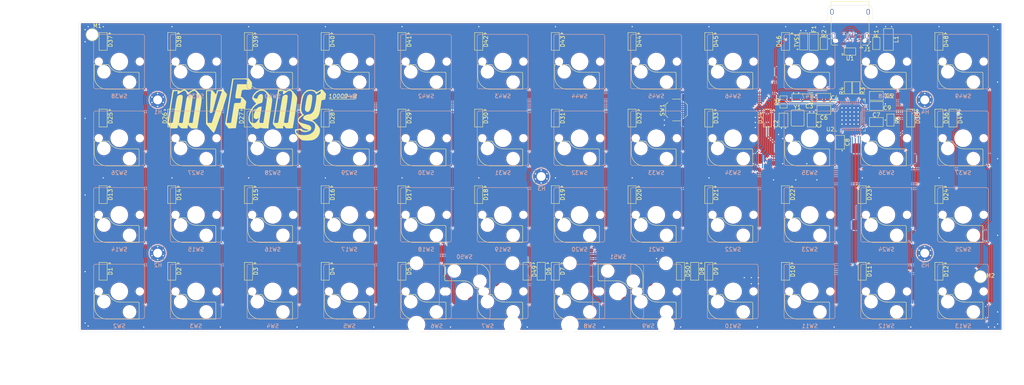
<source format=kicad_pcb>
(kicad_pcb (version 20211014) (generator pcbnew)
  (layers (0 "F.Cu" signal) (31 "B.Cu" signal) (34 "B.Paste" user) (35 "F.Paste" user) (36 "B.SilkS" user "B.Silkscreen") (37 "F.SilkS" user "F.Silkscreen") (38 "B.Mask" user) (39 "F.Mask" user) (44 "Edge.Cuts" user))
  (net 0 "")
  (net 1 "VCC")
  (net 2 "GND")
  (net 3 "Net-(D1-PadA)")
  (net 4 "Net-(D2-PadA)")
  (net 5 "Net-(D3-PadA)")
  (net 6 "Net-(D4-PadA)")
  (net 7 "Net-(D5-PadA)")
  (net 8 "Net-(D6-PadA)")
  (net 9 "Net-(D7-PadA)")
  (net 10 "Net-(D8-PadA)")
  (net 11 "Net-(D9-PadA)")
  (net 12 "Net-(D10-PadA)")
  (net 13 "Net-(D11-PadA)")
  (net 14 "Net-(D12-PadA)")
  (net 15 "Net-(D13-PadA)")
  (net 16 "Net-(D14-PadA)")
  (net 17 "Net-(D15-PadA)")
  (net 18 "Net-(D16-PadA)")
  (net 19 "Net-(D17-PadA)")
  (net 20 "Net-(D18-PadA)")
  (net 21 "Net-(D19-PadA)")
  (net 22 "Net-(D20-PadA)")
  (net 23 "Net-(D21-PadA)")
  (net 24 "Net-(D22-PadA)")
  (net 25 "Net-(D23-PadA)")
  (net 26 "Net-(D24-PadA)")
  (net 27 "Net-(D25-PadA)")
  (net 28 "Net-(D26-PadA)")
  (net 29 "Net-(D27-PadA)")
  (net 30 "Net-(D28-PadA)")
  (net 31 "Net-(D29-PadA)")
  (net 32 "Net-(D30-PadA)")
  (net 33 "Net-(D31-PadA)")
  (net 34 "Net-(D32-PadA)")
  (net 35 "Net-(D33-PadA)")
  (net 36 "Net-(D34-PadA)")
  (net 37 "Net-(D35-PadA)")
  (net 38 "Net-(D36-PadA)")
  (net 39 "Net-(D37-PadA)")
  (net 40 "Net-(D38-PadA)")
  (net 41 "Net-(D39-PadA)")
  (net 42 "Net-(D40-PadA)")
  (net 43 "Net-(D41-PadA)")
  (net 44 "Net-(D42-PadA)")
  (net 45 "Net-(D43-PadA)")
  (net 46 "Net-(D44-PadA)")
  (net 47 "Net-(D45-PadA)")
  (net 48 "Net-(D46-PadA)")
  (net 49 "Net-(D47-PadA)")
  (net 50 "Net-(D48-PadA)")
  (net 51 "Net-(D49-PadA)")
  (net 52 "Net-(D50-PadA)")
  (net 53 "VBUS")
  (net 54 "GNDPWR")
  (net 55 "Net-(J1-PadA5)")
  (net 56 "DA+")
  (net 57 "DA-")
  (net 58 "Net-(J1-PadA8)")
  (net 59 "Net-(J1-PadB8)")
  (net 60 "Net-(J1-PadB5)")
  (net 61 "Net-(R5-Pad1)")
  (net 62 "Net-(R6-Pad2)")
  (net 63 "Net-(C4-Pad1)")
  (net 64 "Net-(U2-Pad8)")
  (net 65 "Net-(U2-Pad9)")
  (net 66 "Net-(U2-Pad10)")
  (net 67 "Net-(C2-Pad1)")
  (net 68 "Net-(C1-Pad1)")
  (net 69 "Net-(U2-Pad36)")
  (net 70 "Net-(U2-Pad37)")
  (net 71 "Net-(U2-Pad38)")
  (net 72 "Net-(U2-Pad42)")
  (net 73 "/D+")
  (net 74 "/D-")
  (net 75 "/ROW0")
  (net 76 "/ROW1")
  (net 77 "/ROW2")
  (net 78 "/ROW3")
  (net 79 "/COL1")
  (net 80 "/COL4")
  (net 81 "/COL5")
  (net 82 "/COL6")
  (net 83 "/COL7")
  (net 84 "/COL9")
  (net 85 "/COL8")
  (net 86 "/COL10")
  (net 87 "/ROW4")
  (net 88 "/ROW5")
  (net 89 "/COL0")
  (net 90 "/COL2")
  (net 91 "/COL3")
  (net 92 "Net-(SW1-Pad3)")
  (net 93 "Net-(SW1-Pad1)")
  (net 94 "Net-(U2-Pad18)")
  (net 95 "Net-(U2-Pad25)")
  (footprint "ortho-40percent:SOD-123" (layer "F.Cu") (at 45.96 224.92 -90)
    (fp_text reference "D1")
    (fp_text value "D")
  )
  (footprint "ortho-40percent:SOD-123" (layer "F.Cu") (at 62.96 224.92 -90)
    (fp_text reference "D2")
    (fp_text value "D")
  )
  (footprint "ortho-40percent:SOD-123" (layer "F.Cu") (at 81.96 224.92 -90)
    (fp_text reference "D3")
    (fp_text value "D")
  )
  (footprint "ortho-40percent:SOD-123" (layer "F.Cu") (at 100.96 224.92 -90)
    (fp_text reference "D4")
    (fp_text value "D")
  )
  (footprint "ortho-40percent:SOD-123" (layer "F.Cu") (at 119.96 224.92 -90)
    (fp_text reference "D5")
    (fp_text value "D")
  )
  (footprint "ortho-40percent:SOD-123" (layer "F.Cu") (at 154.46 224.92 -90)
    (fp_text reference "D6")
    (fp_text value "D")
  )
  (footprint "ortho-40percent:SOD-123" (layer "F.Cu") (at 157.96 224.92 -90)
    (fp_text reference "D7")
    (fp_text value "D")
  )
  (footprint "ortho-40percent:SOD-123" (layer "F.Cu") (at 195.96 224.92 -90)
    (fp_text reference "D9")
    (fp_text value "D")
  )
  (footprint "ortho-40percent:SOD-123" (layer "F.Cu") (at 214.96 224.92 -90)
    (fp_text reference "D10")
    (fp_text value "D")
  )
  (footprint "ortho-40percent:SOD-123" (layer "F.Cu") (at 233.96 224.92 -90)
    (fp_text reference "D11")
    (fp_text value "D")
  )
  (footprint "ortho-40percent:SOD-123" (layer "F.Cu") (at 252.96 224.92 -90)
    (fp_text reference "D12")
    (fp_text value "D")
  )
  (footprint "ortho-40percent:SOD-123" (layer "F.Cu") (at 45.96 205.92 -90)
    (fp_text reference "D13")
    (fp_text value "D")
  )
  (footprint "ortho-40percent:SOD-123" (layer "F.Cu") (at 62.96 205.92 -90)
    (fp_text reference "D14")
    (fp_text value "D")
  )
  (footprint "ortho-40percent:SOD-123" (layer "F.Cu") (at 81.96 205.92 -90)
    (fp_text reference "D15")
    (fp_text value "D")
  )
  (footprint "ortho-40percent:SOD-123" (layer "F.Cu") (at 100.96 205.92 -90)
    (fp_text reference "D16")
    (fp_text value "D")
  )
  (footprint "ortho-40percent:SOD-123" (layer "F.Cu") (at 138.96 205.92 -90)
    (fp_text reference "D18")
    (fp_text value "D")
  )
  (footprint "ortho-40percent:SOD-123" (layer "F.Cu") (at 157.96 205.92 -90)
    (fp_text reference "D19")
    (fp_text value "D")
  )
  (footprint "ortho-40percent:SOD-123" (layer "F.Cu") (at 176.96 205.92 -90)
    (fp_text reference "D20")
    (fp_text value "D")
  )
  (footprint "ortho-40percent:SOD-123" (layer "F.Cu") (at 195.96 205.92 -90)
    (fp_text reference "D21")
    (fp_text value "D")
  )
  (footprint "ortho-40percent:SOD-123" (layer "F.Cu") (at 214.96 205.92 -90)
    (fp_text reference "D22")
    (fp_text value "D")
  )
  (footprint "ortho-40percent:SOD-123" (layer "F.Cu") (at 233.96 205.92 -90)
    (fp_text reference "D23")
    (fp_text value "D")
  )
  (footprint "ortho-40percent:SOD-123" (layer "F.Cu") (at 252.96 205.92 -90)
    (fp_text reference "D24")
    (fp_text value "D")
  )
  (footprint "ortho-40percent:SOD-123" (layer "F.Cu") (at 45.96 186.92 -90)
    (fp_text reference "D25")
    (fp_text value "D")
  )
  (footprint "ortho-40percent:SOD-123" (layer "F.Cu") (at 81.96 186.92 -90)
    (fp_text reference "D27")
    (fp_text value "D")
  )
  (footprint "ortho-40percent:SOD-123" (layer "F.Cu") (at 100.96 186.92 -90)
    (fp_text reference "D28")
    (fp_text value "D")
  )
  (footprint "ortho-40percent:SOD-123" (layer "F.Cu") (at 119.96 186.92 -90)
    (fp_text reference "D29")
    (fp_text value "D")
  )
  (footprint "ortho-40percent:SOD-123" (layer "F.Cu") (at 138.96 186.92 -90)
    (fp_text reference "D30")
    (fp_text value "D")
  )
  (footprint "ortho-40percent:SOD-123" (layer "F.Cu") (at 176.96 186.92 -90)
    (fp_text reference "D32")
    (fp_text value "D")
  )
  (footprint "ortho-40percent:SOD-123" (layer "F.Cu") (at 195.96 186.92 -90)
    (fp_text reference "D33")
    (fp_text value "D")
  )
  (footprint "ortho-40percent:SOD-123" (layer "F.Cu") (at 252.96 186.92 -90)
    (fp_text reference "D36")
    (fp_text value "D")
  )
  (footprint "ortho-40percent:SOD-123" (layer "F.Cu") (at 62.96 167.92 -90)
    (fp_text reference "D38")
    (fp_text value "D")
  )
  (footprint "ortho-40percent:SOD-123" (layer "F.Cu") (at 81.96 167.92 -90)
    (fp_text reference "D39")
    (fp_text value "D")
  )
  (footprint "ortho-40percent:SOD-123" (layer "F.Cu") (at 119.96 167.92 -90)
    (fp_text reference "D41")
    (fp_text value "D")
  )
  (footprint "ortho-40percent:SOD-123" (layer "F.Cu") (at 138.96 167.92 -90)
    (fp_text reference "D42")
    (fp_text value "D")
  )
  (footprint "ortho-40percent:SOD-123" (layer "F.Cu") (at 157.96 167.92 -90)
    (fp_text reference "D43")
    (fp_text value "D")
  )
  (footprint "ortho-40percent:SOD-123" (layer "F.Cu") (at 176.96 167.92 -90)
    (fp_text reference "D44")
    (fp_text value "D")
  )
  (footprint "ortho-40percent:SOD-123" (layer "F.Cu") (at 195.96 167.92 -90)
    (fp_text reference "D45")
    (fp_text value "D")
  )
  (footprint "ortho-40percent:SOD-123" (layer "F.Cu") (at 214.96 167.92 -90)
    (fp_text reference "D46")
    (fp_text value "D")
  )
  (footprint "ortho-40percent:SOD-123" (layer "F.Cu") (at 252.96 167.92 -90)
    (fp_text reference "D48")
    (fp_text value "D")
  )
  (footprint "ortho-40percent:SOD-123" (layer "F.Cu") (at 150.96 224.92 -90)
    (fp_text reference "D49")
    (fp_text value "D")
  )
  (footprint "ortho-40percent:SOD-123" (layer "F.Cu") (at 188.96 224.92 -90)
    (fp_text reference "D50")
    (fp_text value "D")
  )
  (footprint "ortho-40percent:R_0805" (layer "F.Cu") (at 240.96 187.42 -90)
    (fp_text reference "R6")
    (fp_text value "R")
  )
  (footprint "ortho-40percent:SW_C+K_4-SMD-Gullwing_5.2x5.2mm_H1.6mm" (layer "F.Cu") (at 187.96 184.92)
    (fp_text reference "SW1")
    (fp_text value "SW_NO_4-Pin")
  )
  (footprint "ortho-40percent:C_0805" (layer "F.Cu") (at 237.46 183.92)
    (fp_text reference "C9")
    (fp_text value "C")
  )
  (footprint "ortho-40percent:SOD-123" (layer "F.Cu") (at 119.96 205.92 -90)
    (fp_text reference "D17")
    (fp_text value "D")
  )
  (footprint "ortho-40percent:SOD-123" (layer "F.Cu") (at 210.46 186.92 -90)
    (fp_text reference "D34")
    (fp_text value "D")
  )
  (footprint "ortho-40percent:SOD-123" (layer "F.Cu") (at 157.96 186.92 -90)
    (fp_text reference "D31")
    (fp_text value "D")
  )
  (footprint "ortho-40percent:SOD-123" (layer "F.Cu") (at 100.96 167.92 -90)
    (fp_text reference "D40")
    (fp_text value "D")
  )
  (footprint "ortho-40percent:UFDFN-10" (layer "F.Cu") (at 230.96 170.42 90)
    (fp_text reference "U1")
    (fp_text value "U_TPD4E05U06DQAR")
  )
  (footprint "ortho-40percent:R_0805" (layer "F.Cu") (at 224.46 168.42 -90)
    (fp_text reference "R2")
    (fp_text value "R")
  )
  (footprint "ortho-40percent:L_1206" (layer "F.Cu") (at 240.46 167.42 90)
    (fp_text reference "L1")
    (fp_text value "L")
  )
  (footprint "ortho-40percent:R_0805" (layer "F.Cu") (at 230.46 179.42 90)
    (fp_text reference "R4")
    (fp_text value "R")
  )
  (footprint "ortho-40percent:SOD-123" (layer "F.Cu") (at 245.96 186.92 -90)
    (fp_text reference "D35")
    (fp_text value "D")
  )
  (footprint "ortho-40percent:C_0805" (layer "F.Cu") (at 224.46 184.92 180)
    (fp_text reference "C6")
    (fp_text value "C")
  )
  (footprint "ortho-40percent:USB-C_Amphenol_12401598E4" (layer "F.Cu") (at 230.96 163.42 180)
    (fp_text reference "J1")
    (fp_text value "USB-C_Receptacle-24")
  )
  (footprint "ortho-40percent:VQFN-44-1EP_7x7mm_P0.5mm_ThermalVias" (layer "F.Cu") (at 230.96 186.42 -90)
    (fp_text reference "U2")
    (fp_text value "U_ATmega32u4-MU")
  )
  (footprint "ortho-40percent:C_0805" (layer "F.Cu") (at 237.46 181.42)
    (fp_text reference "C5")
    (fp_text value "C")
  )
  (footprint "ortho-40percent:R_0805" (layer "F.Cu") (at 237.46 168.42 -90)
    (fp_text reference "R1")
    (fp_text value "R")
  )
  (footprint "ortho-40percent:R_0805" (layer "F.Cu") (at 232.46 179.42 90)
    (fp_text reference "R3")
    (fp_text value "R")
  )
  (footprint "ortho-40percent:C_0805" (layer "F.Cu") (at 237.46 187.92)
    (fp_text reference "C7")
    (fp_text value "C")
  )
  (footprint "ortho-40percent:CP_TANTALUM_1206" (layer "F.Cu") (at 218.96 181.92 180)
    (fp_text reference "C3")
    (fp_text value "CP_tantalum")
  )
  (footprint "ortho-40percent:C_0805" (layer "F.Cu") (at 224.46 181.92 180)
    (fp_text reference "C4")
    (fp_text value "C")
  )
  (footprint "ortho-40percent:R_0805" (layer "F.Cu") (at 214.46 182.92 90)
    (fp_text reference "R5")
    (fp_text value "R")
  )
  (footprint "ortho-40percent:SOD-123" (layer "F.Cu") (at 45.96 167.92 -90)
    (fp_text reference "D37")
    (fp_text value "D")
  )
  (footprint "ortho-40percent:SOD-123" (layer "F.Cu") (at 256.46 186.92 -90)
    (fp_text reference "D47")
    (fp_text value "D")
  )
  (footprint "ortho-40percent:SOD-123" (layer "F.Cu") (at 192.46 224.92 -90)
    (fp_text reference "D8")
    (fp_text value "D")
  )
  (footprint "ortho-40percent:XTAL_4-SMD_3.2x2.5mm" (layer "F.Cu") (at 217.96 186.92 180)
    (fp_text reference "Y1")
    (fp_text value "XTAL_4Lead")
  )
  (footprint "ortho-40percent:C_0805" (layer "F.Cu") (at 228.46 192.92 -90)
    (fp_text reference "C8")
    (fp_text value "C")
  )
  (footprint "ortho-40percent:F_1206" (layer "F.Cu") (at 221.96 167.92 -90)
    (fp_text reference "F1")
    (fp_text value "F")
  )
  (footprint "ortho-40percent:SOD-123F" (layer "F.Cu") (at 219.46 167.92 90)
    (fp_text reference "TVS1")
    (fp_text value "TVS_Unidirectional")
  )
  (footprint "ortho-40percent:mvFang_logo" (layer "F.Cu") (at 81.5 184.75)
    (fp_text reference "G***" hide)
    (fp_text value "LOGO" hide)
  )
  (footprint "ortho-40percent:SOD-123" (layer "F.Cu") (at 62.96 186.92 -90)
    (fp_text reference "D26")
    (fp_text value "D")
  )
  (footprint "master-vampire:C_0805" (layer "F.Cu") (at 221.46 187.42 90)
    (fp_text reference "C1")
    (fp_text value "C")
  )
  (footprint "master-vampire:C_0805" (layer "F.Cu") (at 214.46 187.42 -90)
    (fp_text reference "C2")
    (fp_text value "C")
  )
  (footprint "master-vampire:STENCIL_GUIDE_HOLE" (layer "F.Cu") (at 43.25 166.25)
    (fp_text reference "M1")
    (fp_text value "M_StencilGuide")
  )
  (footprint "master-vampire:STENCIL_GUIDE_HOLE" (layer "F.Cu") (at 263.25 226.25)
    (fp_text reference "M2")
    (fp_text value "M_StencilGuide")
  )
  (footprint "ortho-40percent:H_Screw-M2_Countersunk" (layer "B.Cu") (at 154.46 201.42)
    (fp_text reference "H3")
    (fp_text value "H_MountingHole_Screw_withPin")
  )
  (footprint "ortho-40percent:H_Screw-M2_Countersunk" (layer "B.Cu") (at 249.46 182.42)
    (fp_text reference "H4")
    (fp_text value "H_MountingHole_Screw_withPin")
  )
  (footprint "CherryMX:SW_Cherry-MX_1U_PCB-Mount_Kailh-Hot-Swap" (layer "B.Cu") (at 90.5 235 90)
    (fp_text reference "SW4")
    (fp_text value "CherryMX")
  )
  (footprint "CherryMX:SW_Cherry-MX_1U_PCB-Mount_Kailh-Hot-Swap" (layer "B.Cu") (at 109.5 235 90)
    (fp_text reference "SW5")
    (fp_text value "CherryMX")
  )
  (footprint "CherryMX:SW_Cherry-MX_1U_PCB-Mount_Kailh-Hot-Swap" (layer "B.Cu") (at 128.5 235 90)
    (fp_text reference "SW6")
    (fp_text value "CherryMX")
  )
  (footprint "CherryMX:SW_Cherry-MX_1U_PCB-Mount_Kailh-Hot-Swap" (layer "B.Cu") (at 147.5 235 90)
    (fp_text reference "SW7")
    (fp_text value "CherryMX")
  )
  (footprint "CherryMX:SW_Cherry-MX_1U_PCB-Mount_Kailh-Hot-Swap" (layer "B.Cu") (at 166.5 235 90)
    (fp_text reference "SW8")
    (fp_text value "CherryMX")
  )
  (footprint "CherryMX:SW_Cherry-MX_1U_PCB-Mount_Kailh-Hot-Swap" (layer "B.Cu") (at 185.5 235 90)
    (fp_text reference "SW9")
    (fp_text value "CherryMX")
  )
  (footprint "CherryMX:SW_Cherry-MX_1U_PCB-Mount_Kailh-Hot-Swap" (layer "B.Cu") (at 204.5 235 90)
    (fp_text reference "SW10")
    (fp_text value "CherryMX")
  )
  (footprint "CherryMX:SW_Cherry-MX_1U_PCB-Mount_Kailh-Hot-Swap" (layer "B.Cu") (at 223.5 235 90)
    (fp_text reference "SW11")
    (fp_text value "CherryMX")
  )
  (footprint "CherryMX:SW_Cherry-MX_1U_PCB-Mount_Kailh-Hot-Swap" (layer "B.Cu") (at 242.5 235 90)
    (fp_text reference "SW12")
    (fp_text value "CherryMX")
  )
  (footprint "CherryMX:SW_Cherry-MX_1U_PCB-Mount_Kailh-Hot-Swap" (layer "B.Cu") (at 261.5 235 90)
    (fp_text reference "SW13")
    (fp_text value "CherryMX")
  )
  (footprint "CherryMX:SW_Cherry-MX_1U_PCB-Mount_Kailh-Hot-Swap" (layer "B.Cu") (at 52.5 216 90)
    (fp_text reference "SW14")
    (fp_text value "CherryMX")
  )
  (footprint "CherryMX:SW_Cherry-MX_1U_PCB-Mount_Kailh-Hot-Swap" (layer "B.Cu") (at 71.5 216 90)
    (fp_text reference "SW15")
    (fp_text value "CherryMX")
  )
  (footprint "CherryMX:SW_Cherry-MX_1U_PCB-Mount_Kailh-Hot-Swap" (layer "B.Cu") (at 90.5 216 90)
    (fp_text reference "SW16")
    (fp_text value "CherryMX")
  )
  (footprint "CherryMX:SW_Cherry-MX_1U_PCB-Mount_Kailh-Hot-Swap" (layer "B.Cu") (at 109.5 216 90)
    (fp_text reference "SW17")
    (fp_text value "CherryMX")
  )
  (footprint "CherryMX:SW_Cherry-MX_1U_PCB-Mount_Kailh-Hot-Swap" (layer "B.Cu") (at 128.5 216 90)
    (fp_text reference "SW18")
    (fp_text value "CherryMX")
  )
  (footprint "CherryMX:SW_Cherry-MX_1U_PCB-Mount_Kailh-Hot-Swap" (layer "B.Cu") (at 147.5 216 90)
    (fp_text reference "SW19")
    (fp_text value "CherryMX")
  )
  (footprint "CherryMX:SW_Cherry-MX_1U_PCB-Mount_Kailh-Hot-Swap" (layer "B.Cu") (at 166.5 216 90)
    (fp_text reference "SW20")
    (fp_text value "CherryMX")
  )
  (footprint "CherryMX:SW_Cherry-MX_1U_PCB-Mount_Kailh-Hot-Swap" (layer "B.Cu") (at 185.5 216 90)
    (fp_text reference "SW21")
    (fp_text value "CherryMX")
  )
  (footprint "CherryMX:SW_Cherry-MX_1U_PCB-Mount_Kailh-Hot-Swap" (layer "B.Cu") (at 204.5 216 90)
    (fp_text reference "SW22")
    (fp_text value "CherryMX")
  )
  (footprint "CherryMX:SW_Cherry-MX_1U_PCB-Mount_Kailh-Hot-Swap" (layer "B.Cu") (at 223.5 216 90)
    (fp_text reference "SW23")
    (fp_text value "CherryMX")
  )
  (footprint "CherryMX:SW_Cherry-MX_1U_PCB-Mount_Kailh-Hot-Swap" (layer "B.Cu") (at 242.5 216 90)
    (fp_text reference "SW24")
    (fp_text value "CherryMX")
  )
  (footprint "CherryMX:SW_Cherry-MX_1U_PCB-Mount_Kailh-Hot-Swap" (layer "B.Cu") (at 261.5 216 90)
    (fp_text reference "SW25")
    (fp_text value "CherryMX")
  )
  (footprint "CherryMX:SW_Cherry-MX_1U_PCB-Mount_Kailh-Hot-Swap" (layer "B.Cu") (at 52.5 197 90)
    (fp_text reference "SW26")
    (fp_text value "CherryMX")
  )
  (footprint "CherryMX:SW_Cherry-MX_1U_PCB-Mount_Kailh-Hot-Swap" (layer "B.Cu") (at 71.5 197 90)
    (fp_text reference "SW27")
    (fp_text value "CherryMX")
  )
  (footprint "CherryMX:SW_Cherry-MX_1U_PCB-Mount_Kailh-Hot-Swap" (layer "B.Cu") (at 90.5 197 90)
    (fp_text reference "SW28")
    (fp_text value "CherryMX")
  )
  (footprint "CherryMX:SW_Cherry-MX_1U_PCB-Mount_Kailh-Hot-Swap" (layer "B.Cu") (at 109.5 197 90)
    (fp_text reference "SW29")
    (fp_text value "CherryMX")
  )
  (footprint "CherryMX:SW_Cherry-MX_1U_PCB-Mount_Kailh-Hot-Swap" (layer "B.Cu") (at 128.5 197 90)
    (fp_text reference "SW30")
    (fp_text value "CherryMX")
  )
  (footprint "CherryMX:SW_Cherry-MX_1U_PCB-Mount_Kailh-Hot-Swap" (layer "B.Cu") (at 147.5 197 90)
    (fp_text reference "SW31")
    (fp_text value "CherryMX")
  )
  (footprint "CherryMX:SW_Cherry-MX_1U_PCB-Mount_Kailh-Hot-Swap" (layer "B.Cu") (at 166.5 197 90)
    (fp_text reference "SW32")
    (fp_text value "CherryMX")
  )
  (footprint "CherryMX:SW_Cherry-MX_1U_PCB-Mount_Kailh-Hot-Swap" (layer "B.Cu") (at 185.5 197 90)
    (fp_text reference "SW33")
    (fp_text value "CherryMX")
  )
  (footprint "CherryMX:SW_Cherry-MX_1U_PCB-Mount_Kailh-Hot-Swap" (layer "B.Cu") (at 204.5 197 90)
    (fp_text reference "SW34")
    (fp_text value "CherryMX")
  )
  (footprint "CherryMX:SW_Cherry-MX_1U_PCB-Mount_Kailh-Hot-Swap" (layer "B.Cu") (at 223.5 197 90)
    (fp_text reference "SW35")
    (fp_text value "CherryMX")
  )
  (footprint "CherryMX:SW_Cherry-MX_1U_PCB-Mount_Kailh-Hot-Swap" (layer "B.Cu") (at 261.5 197 90)
    (fp_text reference "SW37")
    (fp_text value "CherryMX")
  )
  (footprint "CherryMX:SW_Cherry-MX_1U_PCB-Mount_Kailh-Hot-Swap" (layer "B.Cu") (at 52.5 178 90)
    (fp_text reference "SW38")
    (fp_text value "CherryMX")
  )
  (footprint "CherryMX:SW_Cherry-MX_1U_PCB-Mount_Kailh-Hot-Swap" (layer "B.Cu") (at 71.5 178 90)
    (fp_text reference "SW39")
    (fp_text value "CherryMX")
  )
  (footprint "CherryMX:SW_Cherry-MX_1U_PCB-Mount_Kailh-Hot-Swap" (layer "B.Cu") (at 90.5 178 90)
    (fp_text reference "SW40")
    (fp_text value "CherryMX")
  )
  (footprint "CherryMX:SW_Cherry-MX_1U_PCB-Mount_Kailh-Hot-Swap" (layer "B.Cu") (at 109.5 178 90)
    (fp_text reference "SW41")
    (fp_text value "CherryMX")
  )
  (footprint "CherryMX:SW_Cherry-MX_1U_PCB-Mount_Kailh-Hot-Swap" (layer "B.Cu") (at 128.5 178 90)
    (fp_text reference "SW42")
    (fp_text value "CherryMX")
  )
  (footprint "CherryMX:SW_Cherry-MX_1U_PCB-Mount_Kailh-Hot-Swap" (layer "B.Cu") (at 147.5 178 90)
    (fp_text reference "SW43")
    (fp_text value "CherryMX")
  )
  (footprint "CherryMX:SW_Cherry-MX_1U_PCB-Mount_Kailh-Hot-Swap" (layer "B.Cu") (at 166.5 178 90)
    (fp_text reference "SW44")
    (fp_text value "CherryMX")
  )
  (footprint "CherryMX:SW_Cherry-MX_1U_PCB-Mount_Kailh-Hot-Swap" (layer "B.Cu") (at 185.5 178 90)
    (fp_text reference "SW45")
    (fp_text value "CherryMX")
  )
  (footprint "CherryMX:SW_Cherry-MX_1U_PCB-Mount_Kailh-Hot-Swap" (layer "B.Cu") (at 204.5 178 90)
    (fp_text reference "SW46")
    (fp_text value "CherryMX")
  )
  (footprint "CherryMX:SW_Cherry-MX_1U_PCB-Mount_Kailh-Hot-Swap" (layer "B.Cu") (at 242.5 178 90)
    (fp_text reference "SW48")
    (fp_text value "CherryMX")
  )
  (footprint "CherryMX:SW_Cherry-MX_1U_PCB-Mount_Kailh-Hot-Swap" (layer "B.Cu") (at 261.5 178 90)
    (fp_text reference "SW49")
    (fp_text value "CherryMX")
  )
  (footprint "ortho-40percent:H_Screw-M2_Countersunk" (layer "B.Cu") (at 249.46 220.42)
    (fp_text reference "H5")
    (fp_text value "H_MountingHole_Screw_withPin")
  )
  (footprint "CherryMX:SW_Cherry-MX_1U_PCB-Mount_Kailh-Hot-Swap" (layer "B.Cu") (at 242.5 197 90)
    (fp_text reference "SW36")
    (fp_text value "CherryMX")
  )
  (footprint "CherryMX:SW_Cherry-MX_2U_PCB-Mount_Kailh-Hot-Swap" (layer "B.Cu") (at 132.92 224.84 -90)
    (fp_text reference "SW50")
    (fp_text value "CherryMX")
  )
  (footprint "CherryMX:SW_Cherry-MX_2U_PCB-Mount_Kailh-Hot-Swap" (layer "B.Cu") (at 170.92 224.84 -90)
    (fp_text reference "SW51")
    (fp_text value "CherryMX")
  )
  (footprint "CherryMX:SW_Cherry-MX_1U_PCB-Mount_Kailh-Hot-Swap" (layer "B.Cu") (at 52.5 235 90)
    (fp_text reference "SW2")
    (fp_text value "CherryMX")
  )
  (footprint "CherryMX:SW_Cherry-MX_1U_PCB-Mount_Kailh-Hot-Swap" (layer "B.Cu") (at 71.5 235 90)
    (fp_text reference "SW3")
    (fp_text value "CherryMX")
  )
  (footprint "CherryMX:SW_Cherry-MX_1U_PCB-Mount_Kailh-Hot-Swap" (layer "B.Cu") (at 223.5 178 90)
    (fp_text reference "SW47")
    (fp_text value "CherryMX")
  )
  (footprint "ortho-40percent:H_Screw-M2_Countersunk" (layer "B.Cu") (at 59.46 182.42)
    (fp_text reference "H1")
    (fp_text value "H_MountingHole_Screw_withPin")
  )
  (footprint "ortho-40percent:H_Screw-M2_Countersunk" (layer "B.Cu") (at 59.46 220.42)
    (fp_text reference "H2")
    (fp_text value "H_MountingHole_Screw_withPin")
  )
  (gr_line (start 61.25 184.75) (end 61 185) (layer "F.SilkS") (width 0.12))
  (gr_line (start 80 185) (end 80.5 185) (layer "F.SilkS") (width 0.12))
  (gr_line (start 80.25 184.75) (end 80 185) (layer "F.SilkS") (width 0.12))
  (gr_line (start 80.5 185) (end 80.25 184.75) (layer "F.SilkS") (width 0.12))
  (gr_line (start 61.5 185) (end 61.25 184.75) (layer "F.SilkS") (width 0.12))
  (gr_line (start 102 182.25) (end 108.5 182.25) (layer "F.SilkS") (width 0.12))
  (gr_line (start 61 185) (end 61.5 185) (layer "F.SilkS") (width 0.12))
  (gr_line (start 39.96 238.82) (end 39.96 164.02) (layer "Edge.Cuts") (width 0.05))
  (gr_line (start 237.56 162.92) (end 267.86 162.92) (layer "Edge.Cuts") (width 0.05))
  (gr_line (start 224.36 162.92) (end 41.06 162.92) (layer "Edge.Cuts") (width 0.05))
  (gr_circle (center 59.46 182.42) (end 60.31 182.42) (layer "Edge.Cuts") (width 0.05) (fill none))
  (gr_circle (center 249.46 220.42) (end 250.31 220.42) (layer "Edge.Cuts") (width 0.05) (fill none))
  (gr_circle (center 154.46 201.42) (end 155.31 201.42) (layer "Edge.Cuts") (width 0.05) (fill none))
  (gr_circle (center 249.46 182.42) (end 250.31 182.42) (layer "Edge.Cuts") (width 0.05) (fill none))
  (gr_arc (start 267.86 162.92) (mid 268.637817 163.242183) (end 268.96 164.02) (layer "Edge.Cuts") (width 0.05))
  (gr_arc (start 268.96 238.82) (mid 268.637817 239.597817) (end 267.86 239.92) (layer "Edge.Cuts") (width 0.05))
  (gr_arc (start 235.36 158.92) (mid 236.137817 159.242183) (end 236.46 160.02) (layer "Edge.Cuts") (width 0.05))
  (gr_arc (start 41.06 239.92) (mid 40.282183 239.597817) (end 39.96 238.82) (layer "Edge.Cuts") (width 0.05))
  (gr_line (start 268.96 164.02) (end 268.96 238.82) (layer "Edge.Cuts") (width 0.05))
  (gr_arc (start 225.46 161.82) (mid 225.137817 162.597817) (end 224.36 162.92) (layer "Edge.Cuts") (width 0.05))
  (gr_line (start 41.06 239.92) (end 267.86 239.92) (layer "Edge.Cuts") (width 0.05))
  (gr_arc (start 39.96 164.02) (mid 40.282183 163.242183) (end 41.06 162.92) (layer "Edge.Cuts") (width 0.05))
  (gr_line (start 225.46 161.82) (end 225.46 160.02) (layer "Edge.Cuts") (width 0.05))
  (gr_line (start 236.46 160.02) (end 236.46 161.82) (layer "Edge.Cuts") (width 0.05))
  (gr_arc (start 237.56 162.92) (mid 236.782183 162.597817) (end 236.46 161.82) (layer "Edge.Cuts") (width 0.05))
  (gr_line (start 226.56 158.92) (end 235.36 158.92) (layer "Edge.Cuts") (width 0.05))
  (gr_circle (center 59.5 220.5) (end 60.35 220.5) (layer "Edge.Cuts") (width 0.05) (fill none))
  (gr_arc (start 225.46 160.02) (mid 225.782183 159.242183) (end 226.56 158.92) (layer "Edge.Cuts") (width 0.05))
  (gr_text "10000-B" (at 105.25 181.5) (layer "F.SilkS") (effects (font (size 1 1) (thickness 0.15) italic)))
  (segment (start 228.96 179.42) (end 227.96 180.42) (width 0.4) (layer "F.Cu") (net 1))
  (segment (start 226.96 181.92) (end 229.96 181.92) (width 0.25) (layer "F.Cu") (net 1))
  (segment (start 234.26 188.92) (end 234.96 188.92) (width 0.25) (layer "F.Cu") (net 1))
  (segment (start 220.27 181.92) (end 220.46 181.92) (width 0.25) (layer "F.Cu") (net 1))
  (segment (start 227.96 180.42) (end 220.71 180.42) (width 0.4) (layer "F.Cu") (net 1))
  (segment (start 220.21 181.86) (end 220.27 181.92) (width 0.4) (layer "F.Cu") (net 1))
  (segment (start 229.96 181.92) (end 230.21 182.17) (width 0.25) (layer "F.Cu") (net 1))
  (segment (start 218.71 183.17) (end 219.96 181.92) (width 0.25) (layer "F.Cu") (net 1))
  (segment (start 220.46 181.92) (end 221.71 183.17) (width 0.25) (layer "F.Cu") (net 1))
  (segment (start 235.96 187.92) (end 236.51 187.92) (width 0.25) (layer "F.Cu") (net 1))
  (segment (start 228.96 171.92) (end 228.96 179.42) (width 0.4) (layer "F.Cu") (net 1))
  (segment (start 234.96 183.92) (end 236.51 183.92) (width 0.25) (layer "F.Cu") (net 1))
  (segment (start 234.26 183.92) (end 234.96 183.92) (width 0.25) (layer "F.Cu") (net 1))
  (segment (start 221.71 183.17) (end 225.71 183.17) (width 0.25) (layer "F.Cu") (net 1))
  (segment (start 230.434999 182.394999) (end 230.21 182.17) (width 0.25) (layer "F.Cu") (net 1))
  (segment (start 232.96 183.12) (end 232.96 182.42) (width 0.25) (layer "F.Cu") (net 1))
  (segment (start 220.21 180.92) (end 220.21 181.86) (width 0.4) (layer "F.Cu") (net 1))
  (segment (start 228.96 189.72) (end 228.96 190.42) (width 0.25) (layer "F.Cu") (net 1))
  (segment (start 227.66 184.92) (end 226.96 184.92) (width 0.25) (layer "F.Cu") (net 1))
  (segment (start 227.96 170.92) (end 228.96 171.92) (width 0.4) (layer "F.Cu") (net 1))
  (segment (start 234.96 188.92) (end 235.96 187.92) (width 0.25) (layer "F.Cu") (net 1))
  (segment (start 226.96 184.92) (end 225.41 184.92) (width 0.25) (layer "F.Cu") (net 1))
  (segment (start 228.96 190.42) (end 228.46 190.92) (width 0.25) (layer "F.Cu") (net 1))
  (segment (start 228.46 190.92) (end 228.46 191.97) (width 0.25) (layer "F.Cu") (net 1))
  (segment (start 222.46 169.42) (end 223.96 170.92) (width 0.4) (layer "F.Cu") (net 1))
  (segment (start 236.51 181.42) (end 233.96 181.42) (width 0.25) (layer "F.Cu") (net 1))
  (segment (start 219.46 169.445) (end 221.935 169.445) (width 0.4) (layer "F.Cu") (net 1))
  (segment (start 230.46 183.12) (end 230.46 182.42) (width 0.25) (layer "F.Cu") (net 1))
  (segment (start 214.51 181.97) (end 215.71 183.17) (width 0.25) (layer "F.Cu") (net 1))
  (segment (start 215.71 183.17) (end 218.71 183.17) (width 0.25) (layer "F.Cu") (net 1))
  (segment (start 214.46 181.97) (end 214.51 181.97) (width 0.25) (layer "F.Cu") (net 1))
  (segment (start 225.71 183.17) (end 226.96 181.92) (width 0.25) (layer "F.Cu") (net 1))
  (segment (start 220.71 180.42) (end 220.21 180.92) (width 0.4) (layer "F.Cu") (net 1))
  (segment (start 219.96 181.92) (end 220.27 181.92) (width 0.25) (layer "F.Cu") (net 1))
  (segment (start 223.96 170.92) (end 227.96 170.92) (width 0.4) (layer "F.Cu") (net 1))
  (segment (start 221.935 169.445) (end 221.96 169.42) (width 0.4) (layer "F.Cu") (net 1))
  (segment (start 232.96 182.42) (end 233.21 182.17) (width 0.25) (layer "F.Cu") (net 1))
  (segment (start 233.96 181.42) (end 233.21 182.17) (width 0.25) (layer "F.Cu") (net 1))
  (segment (start 221.96 169.42) (end 222.46 169.42) (width 0.4) (layer "F.Cu") (net 1))
  (segment (start 230.46 182.42) (end 230.434999 182.394999) (width 0.25) (layer "F.Cu") (net 1))
  (via (at 234.96 183.92) (size 0.45) (drill 0.3) (layers "F.Cu" "B.Cu") (net 1))
  (via (at 230.21 182.17) (size 0.45) (drill 0.3) (layers "F.Cu" "B.Cu") (net 1))
  (via (at 228.96 190.42) (size 0.45) (drill 0.3) (layers "F.Cu" "B.Cu") (net 1))
  (via (at 233.21 182.17) (size 0.45) (drill 0.3) (layers "F.Cu" "B.Cu") (net 1))
  (via (at 226.71 184.92) (size 0.45) (drill 0.3) (layers "F.Cu" "B.Cu") (net 1))
  (via (at 234.96 188.92) (size 0.45) (drill 0.3) (layers "F.Cu" "B.Cu") (net 1))
  (segment (start 227.71 183.92) (end 227.71 184.92) (width 0.25) (layer "B.Cu") (net 1))
  (segment (start 234.21 183.92) (end 234.21 188.87) (width 0.25) (layer "B.Cu") (net 1))
  (segment (start 227.71 184.92) (end 226.71 184.92) (width 0.25) (layer "B.Cu") (net 1))
  (segment (start 230.434999 182.394999) (end 230.21 182.17) (width 0.25) (layer "B.Cu") (net 1))
  (segment (start 228.46 183.17) (end 227.71 183.92) (width 0.25) (layer "B.Cu") (net 1))
  (segment (start 234.96 183.92) (end 234.21 183.92) (width 0.25) (layer "B.Cu") (net 1))
  (segment (start 232.96 182.42) (end 232.96 183.17) (width 0.25) (layer "B.Cu") (net 1))
  (segment (start 230.46 183.17) (end 228.46 183.17) (width 0.25) (layer "B.Cu") (net 1))
  (segment (start 233.46 183.17) (end 232.96 183.17) (width 0.25) (layer "B.Cu") (net 1))
  (segment (start 234.21 188.87) (end 234.26 188.92) (width 0.25) (layer "B.Cu") (net 1))
  (segment (start 232.96 183.17) (end 230.46 183.17) (width 0.25) (layer "B.Cu") (net 1))
  (segment (start 230.434999 183.144999) (end 230.46 183.17) (width 0.25) (layer "B.Cu") (net 1))
  (segment (start 234.96 188.92) (end 234.21 188.92) (width 0.25) (layer "B.Cu") (net 1))
  (segment (start 234.21 188.92) (end 233.46 189.67) (width 0.25) (layer "B.Cu") (net 1))
  (segment (start 233.46 189.67) (end 228.96 189.67) (width 0.25) (layer "B.Cu") (net 1))
  (segment (start 233.46 183.17) (end 234.21 183.92) (width 0.25) (layer "B.Cu") (net 1))
  (segment (start 230.434999 182.394999) (end 230.434999 183.144999) (width 0.25) (layer "B.Cu") (net 1))
  (segment (start 233.21 182.17) (end 232.96 182.42) (width 0.25) (layer "B.Cu") (net 1))
  (segment (start 228.96 189.67) (end 228.96 190.42) (width 0.25) (layer "B.Cu") (net 1))
  (segment (start 227.66 185.42) (end 229.96 185.42) (width 0.25) (layer "F.Cu") (net 2))
  (segment (start 215.51 188.37) (end 215.86 188.02) (width 0.25) (layer "F.Cu") (net 2))
  (segment (start 232.96 184.42) (end 230.96 186.42) (width 0.25) (layer "F.Cu") (net 2))
  (segment (start 234.26 188.42) (end 232.96 188.42) (width 0.25) (layer "F.Cu") (net 2))
  (segment (start 234.26 184.42) (end 232.96 184.42) (width 0.25) (layer "F.Cu") (net 2))
  (segment (start 230.96 170.8375) (end 230.96 171.42) (width 0.4) (layer "F.Cu") (net 2))
  (segment (start 214.46 188.37) (end 215.51 188.37) (width 0.25) (layer "F.Cu") (net 2))
  (segment (start 228.46 188.92) (end 230.96 186.42) (width 0.25) (layer "F.Cu") (net 2))
  (segment (start 229.96 185.42) (end 230.96 186.42) (width 0.25) (layer "F.Cu") (net 2))
  (segment (start 230.96 170.0025) (end 230.96 170.8375) (width 0.4) (layer "F.Cu") (net 2))
  (segment (start 219.61 185.82) (end 218.76 185.82) (width 0.25) (layer "F.Cu") (net 2))
  (segment (start 220.26 186.47) (end 219.61 185.82) (width 0.25) (layer "F.Cu") (net 2))
  (segment (start 215.86 188.02) (end 217.16 188.02) (width 0.25) (layer "F.Cu") (net 2))
  (segment (start 232.96 188.42) (end 230.96 186.42) (width 0.25) (layer "F.Cu") (net 2))
  (segment (start 231.46 182.92) (end 231.46 185.72) (width 0.25) (layer "F.Cu") (net 2))
  (segment (start 221.46 186.47) (end 220.26 186.47) (width 0.25) (layer "F.Cu") (net 2))
  (segment (start 231.46 185.92) (end 230.96 186.42) (width 0.25) (layer "F.Cu") (net 2))
  (segment (start 228.46 189.72) (end 228.46 188.92) (width 0.25) (layer "F.Cu") (net 2))
  (via (at 234 201.75) (size 0.45) (drill 0.3) (layers "F.Cu" "B.Cu") (net 2))
  (via (at 212 202.25) (size 0.45) (drill 0.3) (layers "F.Cu" "B.Cu") (net 2))
  (via (at 221.96 185.42) (size 0.45) (drill 0.3) (layers "F.Cu" "B.Cu") (net 2))
  (via (at 120 201.75) (size 0.45) (drill 0.3) (layers "F.Cu" "B.Cu") (net 2))
  (via (at 41.5 187) (size 0.45) (drill 0.3) (layers "F.Cu" "B.Cu") (net 2))
  (via (at 237.5 164.25) (size 0.45) (drill 0.3) (layers "F.Cu" "B.Cu") (net 2))
  (via (at 151 238.75) (size 0.45) (drill 0.3) (layers "F.Cu" "B.Cu") (net 2))
  (via (at 218.21 180.67) (size 0.45) (drill 0.3) (layers "F.Cu" "B.Cu") (net 2))
  (via (at 232.46 165.92) (size 0.45) (drill 0.3) (layers "F.Cu" "B.Cu") (net 2))
  (via (at 246 238.75) (size 0.45) (drill 0.3) (layers "F.Cu" "B.Cu") (net 2))
  (via (at 82 201.75) (size 0.45) (drill 0.3) (layers "F.Cu" "B.Cu") (net 2))
  (via (at 220.96 185.42) (size 0.45) (drill 0.3) (layers "F.Cu" "B.Cu") (net 2))
  (via (at 75 238.75) (size 0.45) (drill 0.3) (layers "F.Cu" "B.Cu") (net 2))
  (via (at 204.75 226.5) (size 0.45) (drill 0.3) (layers "F.Cu" "B.Cu") (net 2))
  (via (at 183 221.75) (size 0.45) (drill 0.3) (layers "F.Cu" "B.Cu") (net 2))
  (via (at 214.96 189.42) (size 0.45) (drill 0.3) (layers "F.Cu" "B.Cu") (net 2))
  (via (at 225.25 166.5) (size 0.45) (drill 0.3) (layers "F.Cu" "B.Cu") (net 2))
  (via (at 267.5 216) (size 0.45) (drill 0.3) (layers "F.Cu" "B.Cu") (net 2))
  (via (at 253 201.75) (size 0.45) (drill 0.3) (layers "F.Cu" "B.Cu") (net 2))
  (via (at 208 238.75) (size 0.45) (drill 0.3) (layers "F.Cu" "B.Cu") (net 2))
  (via (at 183.25 222.5) (size 0.45) (drill 0.3) (layers "F.Cu" "B.Cu") (net 2))
  (via (at 94 238.75) (size 0.45) (drill 0.3) (layers "F.Cu" "B.Cu") (net 2))
  (via (at 242.21 187.42) (size 0.45) (drill 0.3) (layers "F.Cu" "B.Cu") (net 2))
  (via (at 215 164.25) (size 0.45) (drill 0.3) (layers "F.Cu" "B.Cu") (net 2))
  (via (at 222.5 181.25) (size 0.45) (drill 0.3) (layers "F.Cu" "B.Cu") (net 2))
  (via (at 218.75 165.25) (size 0.45) (drill 0.3) (layers "F.Cu" "B.Cu") (net 2))
  (via (at 214.25 198.25) (size 0.45) (drill 0.3) (layers "F.Cu" "B.Cu") (net 2))
  (via (at 266.5 164.25) (size 0.45) (drill 0.3) (layers "F.Cu" "B.Cu") (net 2))
  (via (at 41.5 225) (size 0.45) (drill 0.3) (layers "F.Cu" "B.Cu") (net 2))
  (via (at 170 238.75) (size 0.45) (drill 0.3) (layers "F.Cu" "B.Cu") (net 2))
  (via (at 267.5 235) (size 0.45) (drill 0.3) (layers "F.Cu" "B.Cu") (net 2))
  (via (at 139 201.75) (size 0.45) (drill 0.3) (layers "F.Cu" "B.Cu") (net 2))
  (via (at 267.5 165) (size 0.45) (drill 0.3) (layers "F.Cu" "B.Cu") (net 2))
  (via (at 56 238.75) (size 0.45) (drill 0.3) (layers "F.Cu" "B.Cu") (net 2))
  (via (at 217.5 202.25) (size 0.45) (drill 0.3) (layers "F.Cu" "B.Cu") (net 2))
  (via (at 177 201.75) (size 0.45) (drill 0.3) (layers "F.Cu" "B.Cu") (net 2))
  (via (at 207.5 188) (size 0.45) (drill 0.3) (layers "F.Cu" "B.Cu") (net 2))
  (via (at 222.75 202.25) (size 0.45) (drill 0.3) (layers "F.Cu" "B.Cu") (net 2))
  (via (at 222.46 184.92) (size 0.45) (drill 0.3) (layers "F.Cu" "B.Cu") (net 2))
  (via (at 63 201.75) (size 0.45) (drill 0.3) (layers "F.Cu" "B.Cu") (net 2))
  (via (at 236 168) (size 0.45) (drill 0.3) (layers "F.Cu" "B.Cu") (net 2))
  (via (at 42.25 238.5) (size 0.45) (drill 0.3) (layers "F.Cu" "B.Cu") (net 2))
  (via (at 41.5 206) (size 0.45) (drill 0.3) (layers "F.Cu" "B.Cu") (net 2))
  (via (at 189 238.75) (size 0.45) (drill 0.3) (layers "F.Cu" "B.Cu") (net 2))
  (via (at 158 164.25) (size 0.45) (drill 0.3) (layers "F.Cu" "B.Cu") (net 2))
  (via (at 184.96 188.67) (size 0.45) (drill 0.3) (layers "F.Cu" "B.Cu") (net 2))
  (via (at 225.75 167.25) (size 0.45) (drill 0.3) (layers "F.Cu" "B.Cu") (net 2))
  (via (at 214.25 192) (size 0.45) (drill 0.3) (layers "F.Cu" "B.Cu") (net 2))
  (via (at 158 201.75) (size 0.45) (drill 0.3) (layers "F.Cu" "B.Cu") (net 2))
  (via (at 113 238.75) (size 0.45) (drill 0.3) (layers "F.Cu" "B.Cu") (net 2))
  (via (at 216.21 181.92) (size 0.45) (drill 0.3) (layers "F.Cu" "B.Cu") (net 2))
  (via (at 229 195) (size 0.45) (drill 0.3) (layers "F.Cu" "B.Cu") (net 2))
  (via (at 224.5 164.25) (size 0.45) (drill 0.3) (layers "F.Cu" "B.Cu") (net 2))
  (via (at 101 164.25) (size 0.45) (drill 0.3) (layers "F.Cu" "B.Cu") (net 2))
  (via (at 139 164.25) (size 0.45) (drill 0.3) (layers "F.Cu" "B.Cu") (net 2))
  (via (at 213.25 191) (size 0.45) (drill 0.3) (layers "F.Cu" "B.Cu") (net 2))
  (via (at 265.25 238.75) (size 0.45) (drill 0.3) (layers "F.Cu" "B.Cu") (net 2))
  (via (at 184.96 187.42) (size 0.45) (drill 0.3) (layers "F.Cu" "B.Cu") (net 2))
  (via (at 239.71 180.92) (size 0.45) (drill 0.3) (layers "F.Cu" "B.Cu") (net 2))
  (via (at 46 201.75) (size 0.45) (drill 0.3) (layers "F.Cu" "B.Cu") (net 2))
  (via (at 267.5 178) (size 0.45) (drill 0.3) (layers "F.Cu" "B.Cu") (net 2))
  (via (at 267.5 197) (size 0.45) (drill 0.3) (layers "F.Cu" "B.Cu") (net 2))
  (via (at 235.25 169) (size 0.45) (drill 0.3) (layers "F.Cu" "B.Cu") (net 2))
  (via (at 196 164.25) (size 0.45) (drill 0.3) (layers "F.Cu" "B.Cu") (net 2))
  (via (at 241.25 164.25) (size 0.45) (drill 0.3) (layers "F.Cu" "B.Cu") (net 2))
  (via (at 239.75 164.25) (size 0.45) (drill 0.3) (layers "F.Cu" "B.Cu") (net 2))
  (via (at 207.5 189.25) (size 0.45) (drill 0.3) (layers "F.Cu" "B.Cu") (net 2))
  (via (at 132 238.75) (size 0.45) (drill 0.3) (layers "F.Cu" "B.Cu") (net 2))
  (via (at 41.5 237.75) (size 0.45) (drill 0.3) (layers "F.Cu" "B.Cu") (net 2))
  (via (at 239.71 187.42) (size 0.45) (drill 0.3) (layers "F.Cu" "B.Cu") (net 2))
  (via (at 266.75 238.75) (size 0.45) (drill 0.3) (layers "F.Cu" "B.Cu") (net 2))
  (via (at 227 238.75) (size 0.45) (drill 0.3) (layers "F.Cu" "B.Cu") (net 2))
  (via (at 220.25 198.25) (size 0.45) (drill 0.3) (layers "F.Cu" "B.Cu") (net 2))
  (via (at 101 201.75) (size 0.45) (drill 0.3) (layers "F.Cu" "B.Cu") (net 2))
  (via (at 46 164.25) (size 0.45) (drill 0.3) (layers "F.Cu" "B.Cu") (net 2))
  (via (at 196 201.75) (size 0.45) (drill 0.3) (layers "F.Cu" "B.Cu") (net 2))
  (via (at 177 164.25) (size 0.45) (drill 0.3) (layers "F.Cu" "B.Cu") (net 2))
  (via (at 82 164.25) (size 0.45) (drill 0.3) (layers "F.Cu" "B.Cu") (net 2))
  (via (at 207.5 186.75) (size 0.45) (drill 0.3) (layers "F.Cu" "B.Cu") (net 2))
  (via (at 213.96 189.42) (size 0.45) (drill 0.3) (layers "F.Cu" "B.Cu") (net 2))
  (via (at 239.71 181.92) (size 0.45) (drill 0.3) (layers "F.Cu" "B.Cu") (net 2))
  (via (at 239.71 183.42) (size 0.45) (drill 0.3) (layers "F.Cu" "B.Cu") (net 2))
  (via (at 220 165.25) (size 0.45) (drill 0.3) (layers "F.Cu" "B.Cu") (net 2))
  (via (at 216.96 180.67) (size 0.45) (drill 0.3) (layers "F.Cu" "B.Cu") (net 2))
  (via (at 208.25 226.5) (size 0.45) (drill 0.3) (layers "F.Cu" "B.Cu") (net 2))
  (via (at 42.25 164.25) (size 0.45) (drill 0.3) (layers "F.Cu" "B.Cu") (net 2))
  (via (at 267.5 238) (size 0.45) (drill 0.3) (layers "F.Cu" "B.Cu") (net 2))
  (via (at 120 164.25) (size 0.45) (drill 0.3) (layers "F.Cu" "B.Cu") (net 2))
  (via (at 206.5 228) (size 0.45) (drill 0.3) (layers "F.Cu" "B.Cu") (net 2))
  (via (at 208.25 228) (size 0.45) (drill 0.3) (layers "F.Cu" "B.Cu") (net 2))
  (via (at 63 164.25) (size 0.45) (drill 0.3) (layers "F.Cu" "B.Cu") (net 2))
  (via (at 230.96 171.42) (size 0.45) (drill 0.3) (layers "F.Cu" "B.Cu") (net 2))
  (via (at 41.5 165) (size 0.45) (drill 0.3) (layers "F.Cu" "B.Cu") (net 2))
  (via (at 206.5 226.5) (size 0.45) (drill 0.3) (layers "F.Cu" "B.Cu") (net 2))
  (via (at 41.5 168) (size 0.45) (drill 0.3) (layers "F.Cu" "B.Cu") (net 2))
  (via (at 253 164.25) (size 0.45) (drill 0.3) (layers "F.Cu" "B.Cu") (net 2))
  (via (at 222 181.75) (size 0.45) (drill 0.3) (layers "F.Cu" "B.Cu") (net 2))
  (via (at 235.25 184.75) (size 0.45) (drill 0.3) (layers "F.Cu" "B.Cu") (net 2))
  (segment (start 42.6 229.855) (end 42.6 232.46) (width 0.25) (layer "F.Cu") (net 3))
  (segment (start 45.96 226.495) (end 42.6 229.855) (width 0.25) (layer "F.Cu") (net 3))
  (segment (start 61.6 227.855) (end 61.6 232.46) (width 0.25) (layer "F.Cu") (net 4))
  (segment (start 62.96 226.495) (end 61.6 227.855) (width 0.25) (layer "F.Cu") (net 4))
  (segment (start 80.6 227.855) (end 80.6 232.46) (width 0.25) (layer "F.Cu") (net 5))
  (segment (start 81.96 226.495) (end 80.6 227.855) (width 0.25) (layer "F.Cu") (net 5))
  (segment (start 99.6 227.78) (end 99.6 231.11) (width 0.25) (layer "F.Cu") (net 6))
  (segment (start 100.96 226.495) (end 100.885 226.495) (width 0.25) (layer "F.Cu") (net 6))
  (segment (start 100.885 226.495) (end 99.6 227.78) (width 0.25) (layer "F.Cu") (net 6))
  (segment (start 99.6 231.11) (end 99.6 232.46) (width 0.25) (layer "F.Cu") (net 6))
  (segment (start 119.96 226.495) (end 118.6 227.855) (width 0.25) (layer "F.Cu") (net 7))
  (segment (start 118.6 227.855) (end 118.6 232.46) (width 0.25) (layer "F.Cu") (net 7))
  (segment (start 137.6 232.6) (end 139.92 234.92) (width 0.25) (layer "F.Cu") (net 8))
  (segment (start 154.46 226.54) (end 154.46 226.495) (width 0.25) (layer "F.Cu") (net 8))
  (segment (start 137.6 232.46) (end 137.6 232.6) (width 0.25) (layer "F.Cu") (net 8))
  (segment (start 139.92 234.92) (end 144.21 234.92) (width 0.25) (layer "F.Cu") (net 8))
  (segment (start 152.75 228.25) (end 154.46 226.54) (width 0.25) (layer "F.Cu") (net 8))
  (segment (start 147.96 229.42) (end 149.13 228.25) (width 0.25) (layer "F.Cu") (net 8))
  (segment (start 144.21 234.92) (end 147.96 231.17) (width 0.25) (layer "F.Cu") (net 8))
  (segment (start 149.13 228.25) (end 152.75 228.25) (width 0.25) (layer "F.Cu") (net 8))
  (segment (start 147.96 231.17) (end 147.96 229.42) (width 0.25) (layer "F.Cu") (net 8))
  (segment (start 157.96 226.495) (end 156.6 227.855) (width 0.25) (layer "F.Cu") (net 9))
  (segment (start 156.6 227.855) (end 156.6 232.46) (width 0.25) (layer "F.Cu") (net 9))
  (segment (start 190.785 228.17) (end 192.46 226.495) (width 0.25) (layer "F.Cu") (net 10))
  (segment (start 176.21 234.42) (end 182.46 234.42) (width 0.25) (layer "F.Cu") (net 10))
  (segment (start 185.96 229.42) (end 187.21 228.17) (width 0.25) (layer "F.Cu") (net 10))
  (segment (start 175.6 232.46) (end 175.6 233.81) (width 0.25) (layer "F.Cu") (net 10))
  (segment (start 175.6 233.81) (end 176.21 234.42) (width 0.25) (layer "F.Cu") (net 10))
  (segment (start 182.46 234.42) (end 185.96 230.92) (width 0.25) (layer "F.Cu") (net 10))
  (segment (start 185.96 230.92) (end 185.96 229.42) (width 0.25) (layer "F.Cu") (net 10))
  (segment (start 187.21 228.17) (end 190.785 228.17) (width 0.25) (layer "F.Cu") (net 10))
  (segment (start 195.96 226.495) (end 194.6 227.855) (width 0.25) (layer "F.Cu") (net 11))
  (segment (start 194.6 227.855) (end 194.6 232.46) (width 0.25) (layer "F.Cu") (net 11))
  (segment (start 214.96 226.495) (end 213.6 227.855) (width 0.25) (layer "F.Cu") (net 12))
  (segment (start 213.6 227.855) (end 213.6 232.46) (width 0.25) (layer "F.Cu") (net 12))
  (segment (start 232.6 227.855) (end 232.6 232.46) (width 0.25) (layer "F.Cu") (net 13))
  (segment (start 233.96 226.495) (end 232.6 227.855) (width 0.25) (layer "F.Cu") (net 13))
  (segment (start 252.96 226.495) (end 251.6 227.855) (width 0.25) (layer "F.Cu") (net 14))
  (segment (start 251.6 227.855) (end 251.6 232.46) (width 0.25) (layer "F.Cu") (net 14))
  (segment (start 45.96 207.495) (end 42.6 210.855) (width 0.25) (layer "F.Cu") (net 15))
  (segment (start 42.6 210.855) (end 42.6 213.46) (width 0.25) (layer "F.Cu") (net 15))
  (segment (start 61.6 212.11) (end 61.6 213.46) (width 0.25) (layer "F.Cu") (net 16))
  (segment (start 61.6 208.78) (end 61.6 212.11) (width 0.25) (layer "F.Cu") (net 16))
  (segment (start 62.96 207.495) (end 62.885 207.495) (width 0.25) (layer "F.Cu") (net 16))
  (segment (start 62.885 207.495) (end 61.6 208.78) (width 0.25) (layer "F.Cu") (net 16))
  (segment (start 80.6 208.855) (end 80.6 213.46) (width 0.25) (layer "F.Cu") (net 17))
  (segment (start 81.96 207.495) (end 80.6 208.855) (width 0.25) (layer "F.Cu") (net 17))
  (segment (start 99.6 208.855) (end 99.6 213.46) (width 0.25) (layer "F.Cu") (net 18))
  (segment (start 100.96 207.495) (end 99.6 208.855) (width 0.25) (layer "F.Cu") (net 18))
  (segment (start 119.96 207.495) (end 118.6 208.855) (width 0.25) (layer "F.Cu") (net 19))
  (segment (start 118.6 208.855) (end 118.6 213.46) (width 0.25) (layer "F.Cu") (net 19))
  (segment (start 137.6 208.855) (end 137.6 213.46) (width 0.25) (layer "F.Cu") (net 20))
  (segment (start 138.96 207.495) (end 137.6 208.855) (width 0.25) (layer "F.Cu") (net 20))
  (segment (start 157.96 207.495) (end 156.6 208.855) (width 0.25) (layer "F.Cu") (net 21))
  (segment (start 156.6 208.855) (end 156.6 213.46) (width 0.25) (layer "F.Cu") (net 21))
  (segment (start 175.6 208.855) (end 175.6 213.46) (width 0.25) (layer "F.Cu") (net 22))
  (segment (start 176.96 207.495) (end 175.6 208.855) (width 0.25) (layer "F.Cu") (net 22))
  (segment (start 195.96 207.495) (end 194.6 208.855) (width 0.25) (layer "F.Cu") (net 23))
  (segment (start 194.6 208.855) (end 194.6 213.46) (width 0.25) (layer "F.Cu") (net 23))
  (segment (start 213.6 208.855) (end 213.6 213.46) (width 0.25) (layer "F.Cu") (net 24))
  (segment (start 214.96 207.495) (end 213.6 208.855) (width 0.25) (layer "F.Cu") (net 24))
  (segment (start 232.6 208.855) (end 232.6 213.46) (width 0.25) (layer "F.Cu") (net 25))
  (segment (start 233.96 207.495) (end 232.6 208.855) (width 0.25) (layer "F.Cu") (net 25))
  (segment (start 251.6 208.855) (end 251.6 213.46) (width 0.25) (layer "F.Cu") (net 26))
  (segment (start 252.96 207.495) (end 251.6 208.855) (width 0.25) (layer "F.Cu") (net 26))
  (segment (start 45.96 188.495) (end 42.6 191.855) (width 0.25) (layer "F.Cu") (net 27))
  (segment (start 42.6 191.855) (end 42.6 194.46) (width 0.25) (layer "F.Cu") (net 27))
  (segment (start 61.6 189.855) (end 61.6 194.46) (width 0.25) (layer "F.Cu") (net 28))
  (segment (start 62.96 188.495) (end 61.6 189.855) (width 0.25) (layer "F.Cu") (net 28))
  (segment (start 80.6 189.855) (end 80.6 194.46) (width 0.25) (layer "F.Cu") (net 29))
  (segment (start 81.96 188.495) (end 80.6 189.855) (width 0.25) (layer "F.Cu") (net 29))
  (segment (start 99.6 189.855) (end 99.6 194.46) (width 0.25) (layer "F.Cu") (net 30))
  (segment (start 100.96 188.495) (end 99.6 189.855) (width 0.25) (layer "F.Cu") (net 30))
  (segment (start 118.6 189.855) (end 118.6 194.46) (width 0.25) (layer "F.Cu") (net 31))
  (segment (start 119.96 188.495) (end 118.6 189.855) (width 0.25) (layer "F.Cu") (net 31))
  (segment (start 137.6 189.855) (end 137.6 194.46) (width 0.25) (layer "F.Cu") (net 32))
  (segment (start 138.96 188.495) (end 137.6 189.855) (width 0.25) (layer "F.Cu") (net 32))
  (segment (start 156.6 189.855) (end 156.6 194.46) (width 0.25) (layer "F.Cu") (net 33))
  (segment (start 157.96 188.495) (end 156.6 189.855) (width 0.25) (layer "F.Cu") (net 33))
  (segment (start 175.6 189.855) (end 175.6 194.46) (width 0.25) (layer "F.Cu") (net 34))
  (segment (start 176.96 188.495) (end 175.6 189.855) (width 0.25) (layer "F.Cu") (net 34))
  (segment (start 195.96 188.495) (end 194.6 189.855) (width 0.25) (layer "F.Cu") (net 35))
  (segment (start 194.6 189.855) (end 194.6 194.46) (width 0.25) (layer "F.Cu") (net 35))
  (segment (start 210.46 191.32) (end 213.6 194.46) (width 0.25) (layer "F.Cu") (net 36))
  (segment (start 210.46 188.495) (end 210.46 191.32) (width 0.25) (layer "F.Cu") (net 36))
  (segment (start 242.71 193.04) (end 240.83 194.92) (width 0.25) (layer "F.Cu") (net 37))
  (segment (start 245.96 188.495) (end 245.493306 188.961694) (width 0.25) (layer "F.Cu") (net 37))
  (segment (start 245.418306 188.961694) (end 242.71 191.67) (width 0.25) (layer "F.Cu") (net 37))
  (segment (start 238.71 194.92) (end 237.21 196.42) (width 0.25) (layer "F.Cu") (net 37))
  (segment (start 242.71 191.67) (end 242.71 193.04) (width 0.25) (layer "F.Cu") (net 37))
  (segment (start 234.56 196.42) (end 232.6 194.46) (width 0.25) (layer "F.Cu") (net 37))
  (segment (start 237.21 196.42) (end 234.56 196.42) (width 0.25) (layer "F.Cu") (net 37))
  (segment (start 240.83 194.92) (end 238.71 194.92) (width 0.25) (layer "F.Cu") (net 37))
  (segment (start 245.493306 188.961694) (end 245.418306 188.961694) (width 0.25) (layer "F.Cu") (net 37))
  (segment (start 252.96 188.495) (end 251.6 189.855) (width 0.25) (layer "F.Cu") (net 38))
  (segment (start 251.6 189.855) (end 251.6 194.46) (width 0.25) (layer "F.Cu") (net 38))
  (segment (start 42.6 172.855) (end 42.6 175.46) (width 0.25) (layer "F.Cu") (net 39))
  (segment (start 45.96 169.495) (end 42.6 172.855) (width 0.25) (layer "F.Cu") (net 39))
  (segment (start 61.6 170.855) (end 61.6 175.46) (width 0.25) (layer "F.Cu") (net 40))
  (segment (start 62.96 169.495) (end 61.6 170.855) (width 0.25) (layer "F.Cu") (net 40))
  (segment (start 80.6 170.855) (end 80.6 175.46) (width 0.25) (layer "F.Cu") (net 41))
  (segment (start 81.96 169.495) (end 80.6 170.855) (width 0.25) (layer "F.Cu") (net 41))
  (segment (start 100.96 169.495) (end 99.6 170.855) (width 0.25) (layer "F.Cu") (net 42))
  (segment (start 99.6 170.855) (end 99.6 175.46) (width 0.25) (layer "F.Cu") (net 42))
  (segment (start 119.96 169.495) (end 118.6 170.855) (width 0.25) (layer "F.Cu") (net 43))
  (segment (start 118.6 170.855) (end 118.6 175.46) (width 0.25) (layer "F.Cu") (net 43))
  (segment (start 138.96 169.495) (end 137.6 170.855) (width 0.25) (layer "F.Cu") (net 44))
  (segment (start 137.6 170.855) (end 137.6 175.46) (width 0.25) (layer "F.Cu") (net 44))
  (segment (start 156.6 170.855) (end 156.6 175.46) (width 0.25) (layer "F.Cu") (net 45))
  (segment (start 157.96 169.495) (end 156.6 170.855) (width 0.25) (layer "F.Cu") (net 45))
  (segment (start 176.96 169.495) (end 175.6 170.855) (width 0.25) (layer "F.Cu") (net 46))
  (segment (start 175.6 170.855) (end 175.6 175.46) (width 0.25) (layer "F.Cu") (net 46))
  (segment (start 195.96 169.495) (end 194.6 170.855) (width 0.25) (layer "F.Cu") (net 47))
  (segment (start 194.6 170.855) (end 194.6 175.46) (width 0.25) (layer "F.Cu") (net 47))
  (segment (start 213.6 170.855) (end 213.6 175.46) (width 0.25) (layer "F.Cu") (net 48))
  (segment (start 214.96 169.495) (end 213.6 170.855) (width 0.25) (layer "F.Cu") (net 48))
  (segment (start 240.75 179.75) (end 236.89 179.75) (width 0.25) (layer "F.Cu") (net 49))
  (segment (start 256.46 188.495) (end 254.965 187) (width 0.25) (layer "F.Cu") (net 49))
  (segment (start 234.82 177.68) (end 232.6 175.46) (width 0.25) (layer "F.Cu") (net 49))
  (segment (start 241.25 180.25) (end 240.75 179.75) (width 0.25) (layer "F.Cu") (net 49))
  (segment (start 247.5 187) (end 242.75 187) (width 0.25) (layer "F.Cu") (net 49))
  (segment (start 236.89 179.75) (end 234.82 177.68) (width 0.25) (layer "F.Cu") (net 49))
  (segment (start 254.965 187) (end 247.5 187) (width 0.25) (layer "F.Cu") (net 49))
  (segment (start 242.75 180.25) (end 241.25 180.25) (width 0.25) (layer "F.Cu") (net 49))
  (via (at 242.75 187) (size 0.45) (drill 0.3) (layers "F.Cu" "B.Cu") (net 49))
  (via (at 242.75 180.25) (size 0.45) (drill 0.3) (layers "F.Cu" "B.Cu") (net 49))
  (segment (start 242.75 187) (end 242.75 180.25) (width 0.25) (layer "B.Cu") (net 49))
  (segment (start 251.6 170.855) (end 251.6 175.46) (width 0.25) (layer "F.Cu") (net 50))
  (segment (start 252.96 169.495) (end 251.6 170.855) (width 0.25) (layer "F.Cu") (net 50))
  (segment (start 150.96 226.495) (end 143.705 226.495) (width 0.25) (layer "F.Cu") (net 51))
  (segment (start 143.705 226.495) (end 142.82 227.38) (width 0.25) (layer "F.Cu") (net 51))
  (segment (start 188.96 226.495) (end 181.705 226.495) (width 0.25) (layer "F.Cu") (net 52))
  (segment (start 181.705 226.495) (end 180.82 227.38) (width 0.25) (layer "F.Cu") (net 52))
  (segment (start 229.460006 165.920006) (end 229.46 165.92) (width 0.25) (layer "F.Cu") (net 53))
  (segment (start 227.21 164.92) (end 228.21 165.92) (width 0.25) (layer "F.Cu") (net 53))
  (segment (start 225.71 164.92) (end 227.21 164.92) (width 0.25) (layer "F.Cu") (net 53))
  (segment (start 229.96 166.101802) (end 229.778198 165.92) (width 0.3) (layer "F.Cu") (net 53))
  (segment (start 229.96 166.72) (end 229.96 166.101802) (width 0.3) (layer "F.Cu") (net 53))
  (segment (start 229.778198 165.92) (end 229.46 165.92) (width 0.3) (layer "F.Cu") (net 53))
  (segment (start 232.21 167.97) (end 232.51 167.67) (width 0.25) (layer "F.Cu") (net 53))
  (segment (start 232.641802 167.67) (end 232.96 167.67) (width 0.25) (layer "F.Cu") (net 53))
  (segment (start 228.21 165.92) (end 229.46 165.92) (width 0.25) (layer "F.Cu") (net 53))
  (segment (start 224.21 166.42) (end 225.71 164.92) (width 0.25) (layer "F.Cu") (net 53))
  (segment (start 232.51 167.67) (end 232.641802 167.67) (width 0.25) (layer "F.Cu") (net 53))
  (segment (start 221.96 166.42) (end 224.21 166.42) (width 0.25) (layer "F.Cu") (net 53))
  (segment (start 232.21 168.42) (end 232.21 167.97) (width 0.25) (layer "F.Cu") (net 53))
  (via (at 232.96 167.67) (size 0.45) (drill 0.3) (layers "F.Cu" "B.Cu") (net 53))
  (via (at 229.46 165.92) (size 0.45) (drill 0.3) (layers "F.Cu" "B.Cu") (net 53))
  (segment (start 233.184999 165.830997) (end 231.774002 164.42) (width 0.25) (layer "B.Cu") (net 53))
  (segment (start 233.184999 167.445001) (end 233.184999 165.830997) (width 0.25) (layer "B.Cu") (net 53))
  (segment (start 229.46 165.42) (end 229.46 165.92) (width 0.25) (layer "B.Cu") (net 53))
  (segment (start 231.774002 164.42) (end 230.46 164.42) (width 0.25) (layer "B.Cu") (net 53))
  (segment (start 232.96 167.67) (end 233.184999 167.445001) (width 0.25) (layer "B.Cu") (net 53))
  (segment (start 230.46 164.42) (end 229.46 165.42) (width 0.25) (layer "B.Cu") (net 53))
  (segment (start 238.96 166.92) (end 238.96 168.92) (width 0.4) (layer "F.Cu") (net 54))
  (segment (start 238.96 168.92) (end 239.26 169.22) (width 0.4) (layer "F.Cu") (net 54))
  (segment (start 248.52 181.26) (end 248.06 181.72) (width 0.4) (layer "F.Cu") (net 54))
  (segment (start 235.89 166.51) (end 236.23 166.17) (width 0.4) (layer "F.Cu") (net 54))
  (segment (start 236.23 166.17) (end 238.21 166.17) (width 0.4) (layer "F.Cu") (net 54))
  (segment (start 246.51 169.22) (end 248.52 171.23) (width 0.4) (layer "F.Cu") (net 54))
  (segment (start 248.52 171.23) (end 248.52 181.26) (width 0.4) (layer "F.Cu") (net 54))
  (segment (start 235.09 166.51) (end 235.89 166.51) (width 0.4) (layer "F.Cu") (net 54))
  (segment (start 239.26 169.22) (end 240.46 169.22) (width 0.4) (layer "F.Cu") (net 54))
  (segment (start 238.21 166.17) (end 238.96 166.92) (width 0.4) (layer "F.Cu") (net 54))
  (segment (start 240.46 169.22) (end 246.51 169.22) (width 0.4) (layer "F.Cu") (net 54))
  (segment (start 231.71 168.92) (end 232.46 169.67) (width 0.25) (layer "F.Cu") (net 55))
  (segment (start 236.41 169.37) (end 237.46 169.37) (width 0.25) (layer "F.Cu") (net 55))
  (segment (start 236.11 169.67) (end 236.41 169.37) (width 0.25) (layer "F.Cu") (net 55))
  (segment (start 231.71 168.42) (end 231.71 168.92) (width 0.25) (layer "F.Cu") (net 55))
  (segment (start 232.46 169.67) (end 236.11 169.67) (width 0.25) (layer "F.Cu") (net 55))
  (segment (start 231.46001 169.654308) (end 231.46001 171.935682) (width 0.2) (layer "F.Cu") (net 56))
  (segment (start 231.225692 169.41999) (end 231.46001 169.654308) (width 0.2) (layer "F.Cu") (net 56))
  (segment (start 231.21 167.92) (end 231.46 167.67) (width 0.2) (layer "F.Cu") (net 56))
  (segment (start 230.71 176.72) (end 232.46 178.47) (width 0.2) (layer "F.Cu") (net 56))
  (segment (start 231.46001 171.935682) (end 231.21 172.185692) (width 0.2) (layer "F.Cu") (net 56))
  (segment (start 230.96 165.92) (end 230.96 166.72) (width 0.2) (layer "F.Cu") (net 56))
  (segment (start 231.21 172.185692) (end 231.21 173.773554) (width 0.2) (layer "F.Cu") (net 56))
  (segment (start 230.71 174.273554) (end 230.71 176.72) (width 0.2) (layer "F.Cu") (net 56))
  (segment (start 231.21 168.42) (end 231.21 169.41999) (width 0.2) (layer "F.Cu") (net 56))
  (segment (start 231.21 173.773554) (end 230.71 174.273554) (width 0.2) (layer "F.Cu") (net 56))
  (segment (start 231.21 169.41999) (end 231.225692 169.41999) (width 0.2) (layer "F.Cu") (net 56))
  (segment (start 231.21 168.42) (end 231.21 167.92) (width 0.2) (layer "F.Cu") (net 56))
  (via (at 230.96 165.92) (size 0.45) (drill 0.3) (layers "F.Cu" "B.Cu") (net 56))
  (via (at 231.46 167.67) (size 0.45) (drill 0.3) (layers "F.Cu" "B.Cu") (net 56))
  (segment (start 231.16 166.97) (end 231.115495 166.975014) (width 0.2) (layer "B.Cu") (net 56))
  (segment (start 230.878826 166.559091) (end 230.888306 166.565048) (width 0.2) (layer "B.Cu") (net 56))
  (segment (start 230.91 166.57) (end 231.735183 166.57) (width 0.2) (layer "B.Cu") (net 56))
  (segment (start 231.003633 167.045302) (end 230.979806 167.083223) (width 0.2) (layer "B.Cu") (net 56))
  (segment (start 230.965014 167.125495) (end 230.96 167.17) (width 0.2) (layer "B.Cu") (net 56))
  (segment (start 230.86 166.22) (end 230.86 166.52) (width 0.2) (layer "B.Cu") (net 56))
  (segment (start 231.915376 166.856776) (end 231.891549 166.894697) (width 0.2) (layer "B.Cu") (net 56))
  (segment (start 230.955049 166.141694) (end 230.949092 166.151174) (width 0.2) (layer "B.Cu") (net 56))
  (segment (start 231.821959 166.950193) (end 231.779687 166.964985) (width 0.2) (layer "B.Cu") (net 56))
  (segment (start 230.96 167.17) (end 231.46 167.67) (width 0.2) (layer "B.Cu") (net 56))
  (segment (start 231.779687 166.964985) (end 231.735183 166.97) (width 0.2) (layer "B.Cu") (net 56))
  (segment (start 230.979806 167.083223) (end 230.965014 167.125495) (width 0.2) (layer "B.Cu") (net 56))
  (segment (start 231.821959 166.589806) (end 231.85988 166.613633) (width 0.2) (layer "B.Cu") (net 56))
  (segment (start 230.864952 166.198305) (end 230.861254 166.208873) (width 0.2) (layer "B.Cu") (net 56))
  (segment (start 231.935183 166.77) (end 231.930168 166.814504) (width 0.2) (layer "B.Cu") (net 56))
  (segment (start 231.85988 166.613633) (end 231.891549 166.645302) (width 0.2) (layer "B.Cu") (net 56))
  (segment (start 231.891549 166.894697) (end 231.85988 166.926366) (width 0.2) (layer "B.Cu") (net 56))
  (segment (start 230.870909 166.551174) (end 230.878826 166.559091) (width 0.2) (layer "B.Cu") (net 56))
  (segment (start 231.915376 166.683223) (end 231.930168 166.725495) (width 0.2) (layer "B.Cu") (net 56))
  (segment (start 230.941175 166.159091) (end 230.931695 166.165048) (width 0.2) (layer "B.Cu") (net 56))
  (segment (start 230.949092 166.151174) (end 230.941175 166.159091) (width 0.2) (layer "B.Cu") (net 56))
  (segment (start 230.870909 166.188825) (end 230.864952 166.198305) (width 0.2) (layer "B.Cu") (net 56))
  (segment (start 230.96 165.92) (end 230.96 166.12) (width 0.2) (layer "B.Cu") (net 56))
  (segment (start 230.861254 166.208873) (end 230.86 166.22) (width 0.2) (layer "B.Cu") (net 56))
  (segment (start 230.888306 166.174951) (end 230.878826 166.180908) (width 0.2) (layer "B.Cu") (net 56))
  (segment (start 231.891549 166.645302) (end 231.915376 166.683223) (width 0.2) (layer "B.Cu") (net 56))
  (segment (start 231.735183 166.57) (end 231.779687 166.575014) (width 0.2) (layer "B.Cu") (net 56))
  (segment (start 231.85988 166.926366) (end 231.821959 166.950193) (width 0.2) (layer "B.Cu") (net 56))
  (segment (start 230.921127 166.168746) (end 230.898874 166.171253) (width 0.2) (layer "B.Cu") (net 56))
  (segment (start 230.898874 166.568746) (end 230.91 166.57) (width 0.2) (layer "B.Cu") (net 56))
  (segment (start 230.878826 166.180908) (end 230.870909 166.188825) (width 0.2) (layer "B.Cu") (net 56))
  (segment (start 231.735183 166.97) (end 231.16 166.97) (width 0.2) (layer "B.Cu") (net 56))
  (segment (start 231.930168 166.814504) (end 231.915376 166.856776) (width 0.2) (layer "B.Cu") (net 56))
  (segment (start 230.861254 166.531126) (end 230.864952 166.541694) (width 0.2) (layer "B.Cu") (net 56))
  (segment (start 230.86 166.52) (end 230.861254 166.531126) (width 0.2) (layer "B.Cu") (net 56))
  (segment (start 231.930168 166.725495) (end 231.935183 166.77) (width 0.2) (layer "B.Cu") (net 56))
  (segment (start 230.931695 166.165048) (end 230.921127 166.168746) (width 0.2) (layer "B.Cu") (net 56))
  (segment (start 230.958747 166.131126) (end 230.955049 166.141694) (width 0.2) (layer "B.Cu") (net 56))
  (segment (start 231.035302 167.013633) (end 231.003633 167.045302) (width 0.2) (layer "B.Cu") (net 56))
  (segment (start 230.864952 166.541694) (end 230.870909 166.551174) (width 0.2) (layer "B.Cu") (net 56))
  (segment (start 230.96 166.12) (end 230.958747 166.131126) (width 0.2) (layer "B.Cu") (net 56))
  (segment (start 231.115495 166.975014) (end 231.073223 166.989806) (width 0.2) (layer "B.Cu") (net 56))
  (segment (start 230.888306 166.565048) (end 230.898874 166.568746) (width 0.2) (layer "B.Cu") (net 56))
  (segment (start 231.073223 166.989806) (end 231.035302 167.013633) (width 0.2) (layer "B.Cu") (net 56))
  (segment (start 230.898874 166.171253) (end 230.888306 166.174951) (width 0.2) (layer "B.Cu") (net 56))
  (segment (start 231.779687 166.575014) (end 231.821959 166.589806) (width 0.2) (layer "B.Cu") (net 56))
  (segment (start 230.21 174.066446) (end 230.71 173.566446) (width 0.2) (layer "F.Cu") (net 57))
  (segment (start 230.21 176.82) (end 230.21 174.066446) (width 0.2) (layer "F.Cu") (net 57))
  (segment (start 230.45999 169.654308) (end 230.694308 169.41999) (width 0.2) (layer "F.Cu") (net 57))
  (segment (start 230.723909 167.683909) (end 230.723909 168.406091) (width 0.2) (layer "F.Cu") (net 57))
  (segment (start 230.71 173.566446) (end 230.71 172.17) (width 0.2) (layer "F.Cu") (net 57))
  (segment (start 230.71 169.41999) (end 230.71 168.42) (width 0.2) (layer "F.Cu") (net 57))
  (segment (start 230.71 172.17) (end 230.45999 171.91999) (width 0.2) (layer "F.Cu") (net 57))
  (segment (start 230.46 177.07) (end 230.21 176.82) (width 0.2) (layer "F.Cu") (net 57))
  (segment (start 231.46 166.17) (end 231.71 165.92) (width 0.2) (layer "F.Cu") (net 57))
  (segment (start 230.723909 168.406091) (end 230.71 168.42) (width 0.2) (layer "F.Cu") (net 57))
  (segment (start 230.694308 169.41999) (end 230.71 169.41999) (width 0.2) (layer "F.Cu") (net 57))
  (segment (start 230.46 178.47) (end 230.46 177.07) (width 0.2) (layer "F.Cu") (net 57))
  (segment (start 231.46 166.72) (end 231.46 166.17) (width 0.2) (layer "F.Cu") (net 57))
  (segment (start 230.45999 171.91999) (end 230.45999 169.654308) (width 0.2) (layer "F.Cu") (net 57))
  (via (at 231.71 165.92) (size 0.45) (drill 0.3) (layers "F.Cu" "B.Cu") (net 57))
  (via (at 230.723909 167.683909) (size 0.45) (drill 0.3) (layers "F.Cu" "B.Cu") (net 57))
  (segment (start 231.184999 165.394999) (end 231.679969 165.889969) (width 0.2) (layer "B.Cu") (net 57))
  (segment (start 230.707999 165.394999) (end 231.184999 165.394999) (width 0.2) (layer "B.Cu") (net 57))
  (segment (start 230.723909 167.683909) (end 230.434999 167.394999) (width 0.2) (layer "B.Cu") (net 57))
  (segment (start 230.434999 165.667999) (end 230.707999 165.394999) (width 0.2) (layer "B.Cu") (net 57))
  (segment (start 231.679969 165.889969) (end 231.71 165.92) (width 0.2) (layer "B.Cu") (net 57))
  (segment (start 230.434999 167.394999) (end 230.434999 165.667999) (width 0.2) (layer "B.Cu") (net 57))
  (segment (start 230.46 167.17) (end 229.96 167.67) (width 0.25) (layer "F.Cu") (net 60))
  (segment (start 224.46 169.37) (end 225.41 169.37) (width 0.25) (layer "F.Cu") (net 60))
  (segment (start 229.46 169.17) (end 229.21 169.42) (width 0.25) (layer "F.Cu") (net 60))
  (segment (start 225.41 169.37) (end 225.46 169.42) (width 0.25) (layer "F.Cu") (net 60))
  (segment (start 225.46 169.42) (end 229.21 169.42) (width 0.25) (layer "F.Cu") (net 60))
  (segment (start 230.46 166.72) (end 230.46 167.17) (width 0.25) (layer "F.Cu") (net 60))
  (via (at 229.96 167.67) (size 0.45) (drill 0.3) (layers "F.Cu" "B.Cu") (net 60))
  (via (at 229.46 169.17) (size 0.45) (drill 0.3) (layers "F.Cu" "B.Cu") (net 60))
  (segment (start 229.96 167.67) (end 229.46 168.17) (width 0.25) (layer "B.Cu") (net 60))
  (segment (start 229.46 168.17) (end 229.46 169.17) (width 0.25) (layer "B.Cu") (net 60))
  (segment (start 213.26 183.87) (end 214.46 183.87) (width 0.25) (layer "F.Cu") (net 61))
  (segment (start 212.54 180.75) (end 212.96 181.17) (width 0.25) (layer "F.Cu") (net 61))
  (segment (start 226.21 183.67) (end 226.96 184.42) (width 0.25) (layer "F.Cu") (net 61))
  (segment (start 191.63 180.75) (end 212.54 180.75) (width 0.25) (layer "F.Cu") (net 61))
  (segment (start 215.66 183.87) (end 215.71 183.92) (width 0.25) (layer "F.Cu") (net 61))
  (segment (start 214.46 183.87) (end 215.66 183.87) (width 0.25) (layer "F.Cu") (net 61))
  (segment (start 190.56 181.82) (end 191.63 180.75) (width 0.25) (layer "F.Cu") (net 61))
  (segment (start 189.81 181.82) (end 190.56 181.82) (width 0.25) (layer "F.Cu") (net 61))
  (segment (start 226.96 184.42) (end 227.66 184.42) (width 0.25) (layer "F.Cu") (net 61))
  (segment (start 222.46 183.92) (end 222.71 183.67) (width 0.25) (layer "F.Cu") (net 61))
  (segment (start 212.96 181.17) (end 212.96 183.57) (width 0.25) (layer "F.Cu") (net 61))
  (segment (start 212.96 183.57) (end 213.26 183.87) (width 0.25) (layer "F.Cu") (net 61))
  (segment (start 222.71 183.67) (end 226.21 183.67) (width 0.25) (layer "F.Cu") (net 61))
  (segment (start 215.71 183.92) (end 222.46 183.92) (width 0.25) (layer "F.Cu") (net 61))
  (segment (start 236.71 189.92) (end 237.46 189.17) (width 0.25) (layer "F.Cu") (net 62))
  (segment (start 233.46 189.72) (end 234.21 189.72) (width 0.25) (layer "F.Cu") (net 62))
  (segment (start 234.41 189.92) (end 236.71 189.92) (width 0.25) (layer "F.Cu") (net 62))
  (segment (start 237.46 189.17) (end 238.71 189.17) (width 0.25) (layer "F.Cu") (net 62))
  (segment (start 238.71 189.17) (end 239.51 188.37) (width 0.25) (layer "F.Cu") (net 62))
  (segment (start 234.21 189.72) (end 234.41 189.92) (width 0.25) (layer "F.Cu") (net 62))
  (segment (start 239.51 188.37) (end 240.96 188.37) (width 0.25) (layer "F.Cu") (net 62))
  (segment (start 226.71 181.42) (end 226.21 181.92) (width 0.25) (layer "F.Cu") (net 63))
  (segment (start 230.96 181.92) (end 230.46 181.42) (width 0.25) (layer "F.Cu") (net 63))
  (segment (start 226.21 181.92) (end 225.41 181.92) (width 0.25) (layer "F.Cu") (net 63))
  (segment (start 230.96 183.12) (end 230.96 181.92) (width 0.25) (layer "F.Cu") (net 63))
  (segment (start 230.46 181.42) (end 226.71 181.42) (width 0.25) (layer "F.Cu") (net 63))
  (segment (start 227.66 185.92) (end 226.21 185.92) (width 0.25) (layer "F.Cu") (net 67))
  (segment (start 217.16 185.82) (end 216.2725 185.82) (width 0.25) (layer "F.Cu") (net 67))
  (segment (start 223.96 186.42) (end 222.96 187.42) (width 0.25) (layer "F.Cu") (net 67))
  (segment (start 217.985 186.92) (end 217.774001 186.709001) (width 0.25) (layer "F.Cu") (net 67))
  (segment (start 220.21 187.42) (end 219.71 186.92) (width 0.25) (layer "F.Cu") (net 67))
  (segment (start 217.774001 186.434001) (end 217.16 185.82) (width 0.25) (layer "F.Cu") (net 67))
  (segment (start 225.71 186.42) (end 223.96 186.42) (width 0.25) (layer "F.Cu") (net 67))
  (segment (start 226.21 185.92) (end 225.71 186.42) (width 0.25) (layer "F.Cu") (net 67))
  (segment (start 222.96 187.42) (end 220.21 187.42) (width 0.25) (layer "F.Cu") (net 67))
  (segment (start 215.6225 186.47) (end 214.46 186.47) (width 0.25) (layer "F.Cu") (net 67))
  (segment (start 216.2725 185.82) (end 215.6225 186.47) (width 0.25) (layer "F.Cu") (net 67))
  (segment (start 217.774001 186.709001) (end 217.774001 186.434001) (width 0.25) (layer "F.Cu") (net 67))
  (segment (start 219.71 186.92) (end 217.985 186.92) (width 0.25) (layer "F.Cu") (net 67))
  (segment (start 222.64641 188.37) (end 222.21 188.37) (width 0.25) (layer "F.Cu") (net 68))
  (segment (start 220.16 188.37) (end 221.46 188.37) (width 0.25) (layer "F.Cu") (net 68))
  (segment (start 225.903205 186.92) (end 224.09641 186.92) (width 0.25) (layer "F.Cu") (net 68))
  (segment (start 226.403205 186.42) (end 225.903205 186.92) (width 0.25) (layer "F.Cu") (net 68))
  (segment (start 227.66 186.42) (end 226.403205 186.42) (width 0.25) (layer "F.Cu") (net 68))
  (segment (start 219.81 188.02) (end 220.16 188.37) (width 0.25) (layer "F.Cu") (net 68))
  (segment (start 218.76 188.02) (end 219.81 188.02) (width 0.25) (layer "F.Cu") (net 68))
  (segment (start 224.09641 186.92) (end 222.64641 188.37) (width 0.25) (layer "F.Cu") (net 68))
  (segment (start 222.21 188.37) (end 221.46 188.37) (width 0.25) (layer "F.Cu") (net 68))
  (segment (start 231.96 183.12) (end 231.96 180.87) (width 0.2) (layer "F.Cu") (net 73))
  (segment (start 231.96 180.87) (end 232.46 180.37) (width 0.2) (layer "F.Cu") (net 73))
  (segment (start 232.46 181.735699) (end 232.46 182.67) (width 0.2) (layer "F.Cu") (net 74))
  (segment (start 231.46 179.42) (end 232.831768 179.42) (width 0.2) (layer "F.Cu") (net 74))
  (segment (start 233.46 180.735699) (end 232.46 181.735699) (width 0.2) (layer "F.Cu") (net 74))
  (segment (start 232.46 182.67) (end 232.46 183.12) (width 0.2) (layer "F.Cu") (net 74))
  (segment (start 232.831768 179.42) (end 233.46 180.048232) (width 0.2) (layer "F.Cu") (net 74))
  (segment (start 230.51 180.37) (end 231.46 179.42) (width 0.2) (layer "F.Cu") (net 74))
  (segment (start 230.46 180.37) (end 230.51 180.37) (width 0.2) (layer "F.Cu") (net 74))
  (segment (start 233.46 180.048232) (end 233.46 180.735699) (width 0.2) (layer "F.Cu") (net 74))
  (segment (start 227.21 183.92) (end 226.96 183.67) (width 0.25) (layer "F.Cu") (net 75))
  (segment (start 81.96 166.345) (end 100.96 166.345) (width 0.25) (layer "F.Cu") (net 75))
  (segment (start 227.66 183.92) (end 227.21 183.92) (width 0.25) (layer "F.Cu") (net 75))
  (segment (start 176.96 166.345) (end 195.96 166.345) (width 0.25) (layer "F.Cu") (net 75))
  (segment (start 157.96 166.345) (end 176.96 166.345) (width 0.25) (layer "F.Cu") (net 75))
  (segment (start 195.96 166.345) (end 214.96 166.345) (width 0.25) (layer "F.Cu") (net 75))
  (segment (start 119.96 166.345) (end 138.96 166.345) (width 0.25) (layer "F.Cu") (net 75))
  (segment (start 62.96 166.345) (end 81.96 166.345) (width 0.25) (layer "F.Cu") (net 75))
  (segment (start 214.96 167.42) (end 214.96 166.345) (width 0.25) (layer "F.Cu") (net 75))
  (segment (start 138.96 166.345) (end 157.96 166.345) (width 0.25) (layer "F.Cu") (net 75))
  (segment (start 45.96 166.345) (end 62.96 166.345) (width 0.25) (layer "F.Cu") (net 75))
  (segment (start 226.96 183.67) (end 226.96 183.17) (width 0.25) (layer "F.Cu") (net 75))
  (segment (start 100.96 166.345) (end 119.96 166.345) (width 0.25) (layer "F.Cu") (net 75))
  (via (at 214.96 167.42) (size 0.45) (drill 0.3) (layers "F.Cu" "B.Cu") (net 75))
  (via (at 226.96 183.17) (size 0.45) (drill 0.3) (layers "F.Cu" "B.Cu") (net 75))
  (segment (start 212.5 183) (end 212.67 183.17) (width 0.25) (layer "B.Cu") (net 75))
  (segment (start 212.5 169.88) (end 212.5 183) (width 0.25) (layer "B.Cu") (net 75))
  (segment (start 214.96 167.42) (end 212.5 169.88) (width 0.25) (layer "B.Cu") (net 75))
  (segment (start 213.692822 183.17) (end 226.96 183.17) (width 0.25) (layer "B.Cu") (net 75))
  (segment (start 212.67 183.17) (end 213.692822 183.17) (width 0.25) (layer "B.Cu") (net 75))
  (segment (start 212.46 185.71) (end 212.46 189.42) (width 0.25) (layer "F.Cu") (net 76))
  (segment (start 180.885 185.345) (end 176.96 185.345) (width 0.25) (layer "F.Cu") (net 76))
  (segment (start 61.21 185.67) (end 61.535 185.345) (width 0.25) (layer "F.Cu") (net 76))
  (segment (start 212.46 189.42) (end 213.21 190.17) (width 0.25) (layer "F.Cu") (net 76))
  (segment (start 220.098998 194.5) (end 222 194.5) (width 0.25) (layer "F.Cu") (net 76))
  (segment (start 100.96 185.345) (end 119.96 185.345) (width 0.25) (layer "F.Cu") (net 76))
  (segment (start 212.095 185.345) (end 212.46 185.71) (width 0.25) (layer "F.Cu") (net 76))
  (segment (start 217.055001 191.456003) (end 220.098998 194.5) (width 0.25) (layer "F.Cu") (net 76))
  (segment (start 223.5 193) (end 223.5 190.24359) (width 0.25) (layer "F.Cu") (net 76))
  (segment (start 195.96 185.345) (end 194.635 186.67) (width 0.25) (layer "F.Cu") (net 76))
  (segment (start 57.96 185.67) (end 61.21 185.67) (width 0.25) (layer "F.Cu") (net 76))
  (segment (start 194.635 186.67) (end 182.21 186.67) (width 0.25) (layer "F.Cu") (net 76))
  (segment (start 217.055001 191.015001) (end 217.055001 191.456003) (width 0.25) (layer "F.Cu") (net 76))
  (segment (start 62.96 185.345) (end 81.96 185.345) (width 0.25) (layer "F.Cu") (net 76))
  (segment (start 226.32359 187.42) (end 227.21 187.42) (width 0.25) (layer "F.Cu") (net 76))
  (segment (start 61.535 185.345) (end 62.96 185.345) (width 0.25) (layer "F.Cu") (net 76))
  (segment (start 216.21 190.17) (end 217.055001 191.015001) (width 0.25) (layer "F.Cu") (net 76))
  (segment (start 227.21 187.42) (end 227.66 187.42) (width 0.25) (layer "F.Cu") (net 76))
  (segment (start 57.635 185.345) (end 57.96 185.67) (width 0.25) (layer "F.Cu") (net 76))
  (segment (start 223.5 190.24359) (end 226.32359 187.42) (width 0.25) (layer "F.Cu") (net 76))
  (segment (start 81.96 185.345) (end 100.96 185.345) (width 0.25) (layer "F.Cu") (net 76))
  (segment (start 157.535 185.345) (end 176.96 185.345) (width 0.25) (layer "F.Cu") (net 76))
  (segment (start 138.96 185.345) (end 157.535 185.345) (width 0.25) (layer "F.Cu") (net 76))
  (segment (start 222 194.5) (end 223.5 193) (width 0.25) (layer "F.Cu") (net 76))
  (segment (start 210.46 185.345) (end 212.095 185.345) (width 0.25) (layer "F.Cu") (net 76))
  (segment (start 119.96 185.345) (end 138.96 185.345) (width 0.25) (layer "F.Cu") (net 76))
  (segment (start 213.21 190.17) (end 216.21 190.17) (width 0.25) (layer "F.Cu") (net 76))
  (segment (start 195.96 185.345) (end 210.46 185.345) (width 0.25) (layer "F.Cu") (net 76))
  (segment (start 182.21 186.67) (end 180.885 185.345) (width 0.25) (layer "F.Cu") (net 76))
  (segment (start 157.535 185.345) (end 157.96 185.345) (width 0.25) (layer "F.Cu") (net 76))
  (segment (start 45.96 185.345) (end 57.635 185.345) (width 0.25) (layer "F.Cu") (net 76))
  (segment (start 152.96 204.67) (end 156.085 204.67) (width 0.25) (layer "F.Cu") (net 77))
  (segment (start 138.96 204.345) (end 152.635 204.345) (width 0.25) (layer "F.Cu") (net 77))
  (segment (start 247.345 185.345) (end 247.5 185.5) (width 0.25) (layer "F.Cu") (net 77))
  (segment (start 245.785 185.17) (end 245.96 185.345) (width 0.25) (layer "F.Cu") (net 77))
  (segment (start 176.96 204.345) (end 195.96 204.345) (width 0.25) (layer "F.Cu") (net 77))
  (segment (start 157.96 204.345) (end 176.96 204.345) (width 0.25) (layer "F.Cu") (net 77))
  (segment (start 245.96 185.345) (end 247.345 185.345) (width 0.25) (layer "F.Cu") (net 77))
  (segment (start 156.41 204.345) (end 157.96 204.345) (width 0.25) (layer "F.Cu") (net 77))
  (segment (start 62.96 204.345) (end 81.96 204.345) (width 0.25) (layer "F.Cu") (net 77))
  (segment (start 239.71 185.17) (end 245.785 185.17) (width 0.25) (layer "F.Cu") (net 77))
  (segment (start 81.96 204.345) (end 119.96 204.345) (width 0.25) (layer "F.Cu") (net 77))
  (segment (start 216.055 203.25) (end 247.431802 203.25) (width 0.25) (layer "F.Cu") (net 77))
  (segment (start 45.96 204.345) (end 62.96 204.345) (width 0.25) (layer "F.Cu") (net 77))
  (segment (start 214.96 204.345) (end 216.055 203.25) (width 0.25) (layer "F.Cu") (net 77))
  (segment (start 234.26 185.92) (end 238.96 185.92) (width 0.25) (layer "F.Cu") (net 77))
  (segment (start 152.635 204.345) (end 152.96 204.67) (width 0.25) (layer "F.Cu") (net 77))
  (segment (start 119.96 204.345) (end 138.96 204.345) (width 0.25) (layer "F.Cu") (net 77))
  (segment (start 156.085 204.67) (end 156.41 204.345) (width 0.25) (layer "F.Cu") (net 77))
  (segment (start 238.96 185.92) (end 239.71 185.17) (width 0.25) (layer "F.Cu") (net 77))
  (segment (start 195.96 204.345) (end 214.96 204.345) (width 0.25) (layer "F.Cu") (net 77))
  (segment (start 247.431802 203.25) (end 247.75 203.25) (width 0.25) (layer "F.Cu") (net 77))
  (via (at 247.5 185.5) (size 0.45) (drill 0.3) (layers "F.Cu" "B.Cu") (net 77))
  (via (at 247.75 203.25) (size 0.45) (drill 0.3) (layers "F.Cu" "B.Cu") (net 77))
  (segment (start 247.75 202.931802) (end 247.75 203.25) (width 0.25) (layer "B.Cu") (net 77))
  (segment (start 247.5 185.5) (end 247.75 185.75) (width 0.25) (layer "B.Cu") (net 77))
  (segment (start 247.75 185.75) (end 247.75 202.931802) (width 0.25) (layer "B.Cu") (net 77))
  (segment (start 214.96 223.345) (end 214.305 224) (width 0.25) (layer "F.Cu") (net 78))
  (segment (start 57.635 223.345) (end 57.96 223.67) (width 0.25) (layer "F.Cu") (net 78))
  (segment (start 150.96 223.345) (end 154.46 223.345) (width 0.25) (layer "F.Cu") (net 78))
  (segment (start 186.115 220.5) (end 188.493306 222.878306) (width 0.25) (layer "F.Cu") (net 78))
  (segment (start 160.805 220.5) (end 186.115 220.5) (width 0.25) (layer "F.Cu") (net 78))
  (segment (start 57.96 223.67) (end 60.96 223.67) (width 0.25) (layer "F.Cu") (net 78))
  (segment (start 150.46 220.92) (end 150.96 221.42) (width 0.25) (layer "F.Cu") (net 78))
  (segment (start 215.655 223.345) (end 215.75 223.25) (width 0.25) (layer "F.Cu") (net 78))
  (segment (start 61.285 223.345) (end 62.96 223.345) (width 0.25) (layer "F.Cu") (net 78))
  (segment (start 150.96 221.42) (end 150.96 223.345) (width 0.25) (layer "F.Cu") (net 78))
  (segment (start 45.96 223.345) (end 57.635 223.345) (width 0.25) (layer "F.Cu") (net 78))
  (segment (start 60.96 223.67) (end 61.285 223.345) (width 0.25) (layer "F.Cu") (net 78))
  (segment (start 196.875 222.42) (end 189.96 222.42) (width 0.25) (layer "F.Cu") (net 78))
  (segment (start 154.46 223.345) (end 157.96 223.345) (width 0.25) (layer "F.Cu") (net 78))
  (segment (start 214.96 223.345) (end 215.655 223.345) (width 0.25) (layer "F.Cu") (net 78))
  (segment (start 189.96 222.42) (end 189.035 223.345) (width 0.25) (layer "F.Cu") (net 78))
  (segment (start 231.46 191.46) (end 231.5 191.5) (width 0.25) (layer "F.Cu") (net 78))
  (segment (start 62.96 223.345) (end 81.96 223.345) (width 0.25) (layer "F.Cu") (net 78))
  (segment (start 189.035 223.345) (end 188.96 223.345) (width 0.25) (layer "F.Cu") (net 78))
  (segment (start 231.46 189.72) (end 231.46 191.46) (width 0.25) (layer "F.Cu") (net 78))
  (segment (start 122.385 220.92) (end 150.46 220.92) (width 0.25) (layer "F.Cu") (net 78))
  (segment (start 215.75 223.25) (end 231.5 223.25) (width 0.25) (layer "F.Cu") (net 78))
  (segment (start 214.305 224) (end 198.455 224) (width 0.25) (layer "F.Cu") (net 78))
  (segment (start 157.96 223.345) (end 160.805 220.5) (width 0.25) (layer "F.Cu") (net 78))
  (segment (start 188.493306 222.878306) (end 188.96 223.345) (width 0.25) (layer "F.Cu") (net 78))
  (segment (start 198.455 224) (end 196.875 222.42) (width 0.25) (layer "F.Cu") (net 78))
  (segment (start 100.96 223.345) (end 119.96 223.345) (width 0.25) (layer "F.Cu") (net 78))
  (segment (start 119.96 223.345) (end 122.385 220.92) (width 0.25) (layer "F.Cu") (net 78))
  (segment (start 81.96 223.345) (end 100.96 223.345) (width 0.25) (layer "F.Cu") (net 78))
  (via (at 231.5 223.25) (size 0.45) (drill 0.3) (layers "F.Cu" "B.Cu") (net 78))
  (via (at 231.5 191.5) (size 0.45) (drill 0.3) (layers "F.Cu" "B.Cu") (net 78))
  (segment (start 231.5 223.25) (end 231.5 191.5) (width 0.25) (layer "B.Cu") (net 78))
  (segment (start 75.05 216) (end 75.05 214.58) (width 0.25) (layer "F.Cu") (net 79))
  (segment (start 181.71 183.92) (end 183.04 185.25) (width 0.25) (layer "F.Cu") (net 79))
  (segment (start 75.05 198.51) (end 75.46 198.92) (width 0.25) (layer "F.Cu") (net 79))
  (segment (start 75.13 177.92) (end 87.21 177.92) (width 0.25) (layer "F.Cu") (net 79))
  (segment (start 207.974999 200.475005) (end 207.75 200.250006) (width 0.25) (layer "F.Cu") (net 79))
  (segment (start 75.05 235) (end 75.05 233.58) (width 0.25) (layer "F.Cu") (net 79))
  (segment (start 230.46 190.55641) (end 230.25 190.76641) (width 0.25) (layer "F.Cu") (net 79))
  (segment (start 75.05 216) (end 75.05 217.51) (width 0.25) (layer "F.Cu") (net 79))
  (segment (start 75.05 197) (end 75.05 198.51) (width 0.25) (layer "F.Cu") (net 79))
  (segment (start 228.775001 200.724999) (end 208.224993 200.724999) (width 0.25) (layer "F.Cu") (net 79))
  (segment (start 75.05 178) (end 75.13 177.92) (width 0.25) (layer "F.Cu") (net 79))
  (segment (start 75.05 178) (end 75.05 179.51) (width 0.25) (layer "F.Cu") (net 79))
  (segment (start 230.25 199.25) (end 228.775001 200.724999) (width 0.25) (layer "F.Cu") (net 79))
  (segment (start 230.46 189.72) (end 230.46 190.55641) (width 0.25) (layer "F.Cu") (net 79))
  (segment (start 192 185.25) (end 193.75 183.5) (width 0.25) (layer "F.Cu") (net 79))
  (segment (start 87.21 177.92) (end 93.21 183.92) (width 0.25) (layer "F.Cu") (net 79))
  (segment (start 75.05 195.58) (end 75.46 195.17) (width 0.25) (layer "F.Cu") (net 79))
  (segment (start 93.21 183.92) (end 181.71 183.92) (width 0.25) (layer "F.Cu") (net 79))
  (segment (start 230.25 190.76641) (end 230.25 199.25) (width 0.25) (layer "F.Cu") (net 79))
  (segment (start 183.04 185.25) (end 192 185.25) (width 0.25) (layer "F.Cu") (net 79))
  (segment (start 193.75 183.5) (end 207.5 183.5) (width 0.25) (layer "F.Cu") (net 79))
  (segment (start 208.224993 200.724999) (end 207.974999 200.475005) (width 0.25) (layer "F.Cu") (net 79))
  (segment (start 75.05 233.58) (end 75.46 233.17) (width 0.25) (layer "F.Cu") (net 79))
  (segment (start 207.5 183.5) (end 207.75 183.75) (width 0.25) (layer "F.Cu") (net 79))
  (segment (start 75.05 197) (end 75.05 195.58) (width 0.25) (layer "F.Cu") (net 79))
  (segment (start 75.05 217.51) (end 75.46 217.92) (width 0.25) (layer "F.Cu") (net 79))
  (segment (start 75.05 179.51) (end 75.46 179.92) (width 0.25) (layer "F.Cu") (net 79))
  (segment (start 75.05 214.58) (end 75.46 214.17) (width 0.25) (layer "F.Cu") (net 79))
  (via (at 75.46 214.17) (size 0.45) (drill 0.3) (layers "F.Cu" "B.Cu") (net 79))
  (via (at 75.46 198.92) (size 0.45) (drill 0.3) (layers "F.Cu" "B.Cu") (net 79))
  (via (at 75.46 233.17) (size 0.45) (drill 0.3) (layers "F.Cu" "B.Cu") (net 79))
  (via (at 75.46 195.17) (size 0.45) (drill 0.3) (layers "F.Cu" "B.Cu") (net 79))
  (via (at 75.46 179.92) (size 0.45) (drill 0.3) (layers "F.Cu" "B.Cu") (net 79))
  (via (at 207.75 200.250006) (size 0.45) (drill 0.3) (layers "F.Cu" "B.Cu") (net 79))
  (via (at 207.75 183.75) (size 0.45) (drill 0.3) (layers "F.Cu" "B.Cu") (net 79))
  (via (at 75.46 217.92) (size 0.45) (drill 0.3) (layers "F.Cu" "B.Cu") (net 79))
  (segment (start 209 193.5) (end 207.75 194.75) (width 0.25) (layer "B.Cu") (net 79))
  (segment (start 207.75 194.75) (end 207.75 199.931808) (width 0.25) (layer "B.Cu") (net 79))
  (segment (start 207.75 183.75) (end 209 185) (width 0.25) (layer "B.Cu") (net 79))
  (segment (start 75.46 233.17) (end 75.46 217.92) (width 0.25) (layer "B.Cu") (net 79))
  (segment (start 75.46 214.17) (end 75.46 198.92) (width 0.25) (layer "B.Cu") (net 79))
  (segment (start 75.46 195.17) (end 75.46 179.92) (width 0.25) (layer "B.Cu") (net 79))
  (segment (start 209 185) (end 209 193.5) (width 0.25) (layer "B.Cu") (net 79))
  (segment (start 207.75 199.931808) (end 207.75 200.250006) (width 0.25) (layer "B.Cu") (net 79))
  (segment (start 129.37 224.84) (end 129.37 223.26) (width 0.25) (layer "F.Cu") (net 80))
  (segment (start 183.79 183.75) (end 191.13 183.75) (width 0.25) (layer "F.Cu") (net 80))
  (segment (start 132.05 195.58) (end 132.46 195.17) (width 0.25) (layer "F.Cu") (net 80))
  (segment (start 136.47 182.42) (end 182.46 182.42) (width 0.25) (layer "F.Cu") (net 80))
  (segment (start 131.88 216) (end 129.71 218.17) (width 0.25) (layer "F.Cu") (net 80))
  (segment (start 220.661403 197.225007) (end 210.724999 197.225007) (width 0.25) (layer "F.Cu") (net 80))
  (segment (start 192.88 182) (end 210 182) (width 0.25) (layer "F.Cu") (net 80))
  (segment (start 132.05 216) (end 131.88 216) (width 0.25) (layer "F.Cu") (net 80))
  (segment (start 132.05 178) (end 132.05 179.51) (width 0.25) (layer "F.Cu") (net 80))
  (segment (start 227.21 188.42) (end 224.5 191.13) (width 0.25) (layer "F.Cu") (net 80))
  (segment (start 132.05 197) (end 132.05 195.58) (width 0.25) (layer "F.Cu") (net 80))
  (segment (start 132.05 179.51) (end 132.46 179.92) (width 0.25) (layer "F.Cu") (net 80))
  (segment (start 132.05 197) (end 132.05 198.51) (width 0.25) (layer "F.Cu") (net 80))
  (segment (start 210.724999 197.225007) (end 210.5 197.000008) (width 0.25) (layer "F.Cu") (net 80))
  (segment (start 129.37 223.26) (end 129.71 222.92) (width 0.25) (layer "F.Cu") (net 80))
  (segment (start 182.46 182.42) (end 183.79 183.75) (width 0.25) (layer "F.Cu") (net 80))
  (segment (start 132.05 178) (end 136.47 182.42) (width 0.25) (layer "F.Cu") (net 80))
  (segment (start 224.5 191.13) (end 224.5 193.38641) (width 0.25) (layer "F.Cu") (net 80))
  (segment (start 227.66 188.42) (end 227.21 188.42) (width 0.25) (layer "F.Cu") (net 80))
  (segment (start 132.05 214.58) (end 132.46 214.17) (width 0.25) (layer "F.Cu") (net 80))
  (segment (start 210 182) (end 210.25 182.25) (width 0.25) (layer "F.Cu") (net 80))
  (segment (start 191.13 183.75) (end 192.88 182) (width 0.25) (layer "F.Cu") (net 80))
  (segment (start 132.05 198.51) (end 132.46 198.92) (width 0.25) (layer "F.Cu") (net 80))
  (segment (start 132.05 216) (end 132.05 214.58) (width 0.25) (layer "F.Cu") (net 80))
  (segment (start 224.5 193.38641) (end 220.661403 197.225007) (width 0.25) (layer "F.Cu") (net 80))
  (via (at 210.5 197.000008) (size 0.45) (drill 0.3) (layers "F.Cu" "B.Cu") (net 80))
  (via (at 129.71 218.17) (size 0.45) (drill 0.3) (layers "F.Cu" "B.Cu") (net 80))
  (via (at 132.46 198.92) (size 0.45) (drill 0.3) (layers "F.Cu" "B.Cu") (net 80))
  (via (at 129.71 222.92) (size 0.45) (drill 0.3) (layers "F.Cu" "B.Cu") (net 80))
  (via (at 210.25 182.25) (size 0.45) (drill 0.3) (layers "F.Cu" "B.Cu") (net 80))
  (via (at 132.46 179.92) (size 0.45) (drill 0.3) (layers "F.Cu" "B.Cu") (net 80))
  (via (at 132.46 195.17) (size 0.45) (drill 0.3) (layers "F.Cu" "B.Cu") (net 80))
  (via (at 132.46 214.17) (size 0.45) (drill 0.3) (layers "F.Cu" "B.Cu") (net 80))
  (segment (start 132.46 198.92) (end 132.46 214.17) (width 0.25) (layer "B.Cu") (net 80))
  (segment (start 210.5 196.25) (end 211 195.75) (width 0.25) (layer "B.Cu") (net 80))
  (segment (start 211 183) (end 210.25 182.25) (width 0.25) (layer "B.Cu") (net 80))
  (segment (start 132.46 195.17) (end 132.46 179.92) (width 0.25) (layer "B.Cu") (net 80))
  (segment (start 129.71 222.92) (end 129.71 218.17) (width 0.25) (layer "B.Cu") (net 80))
  (segment (start 211 195.75) (end 211 183) (width 0.25) (layer "B.Cu") (net 80))
  (segment (start 210.5 197.000008) (end 210.5 196.25) (width 0.25) (layer "B.Cu") (net 80))
  (segment (start 224 190.5) (end 224 193.25) (width 0.25) (layer "F.Cu") (net 81))
  (segment (start 151.05 195.58) (end 151.46 195.17) (width 0.25) (layer "F.Cu") (net 81))
  (segment (start 151.05 216) (end 151.05 214.58) (width 0.25) (layer "F.Cu") (net 81))
  (segment (start 227.66 187.92) (end 226.58 187.92) (width 0.25) (layer "F.Cu") (net 81))
  (segment (start 132.05 235) (end 132.05 233.58) (width 0.25) (layer "F.Cu") (net 81))
  (segment (start 182.5 180.5) (end 185.25 183.25) (width 0.25) (layer "F.Cu") (net 81))
  (segment (start 190.75 183.25) (end 192.5 181.5) (width 0.25) (layer "F.Cu") (net 81))
  (segment (start 151.05 178) (end 151.05 179.51) (width 0.25) (layer "F.Cu") (net 81))
  (segment (start 153.55 180.5) (end 182.5 180.5) (width 0.25) (layer "F.Cu") (net 81))
  (segment (start 211.568198 196.5) (end 211.25 196.5) (width 0.25) (layer "F.Cu") (net 81))
  (segment (start 151.05 179.51) (end 151.46 179.92) (width 0.25) (layer "F.Cu") (net 81))
  (segment (start 151.05 197) (end 151.05 198.51) (width 0.25) (layer "F.Cu") (net 81))
  (segment (start 192.5 181.5) (end 210.75 181.5) (width 0.25) (layer "F.Cu") (net 81))
  (segment (start 148.88 218.17) (end 130.96 218.17) (width 0.25) (layer "F.Cu") (net 81))
  (segment (start 151.05 197) (end 151.05 195.58) (width 0.25) (layer "F.Cu") (net 81))
  (segment (start 151.05 198.51) (end 151.46 198.92) (width 0.25) (layer "F.Cu") (net 81))
  (segment (start 151.05 214.58) (end 151.46 214.17) (width 0.25) (layer "F.Cu") (net 81))
  (segment (start 185.25 183.25) (end 190.75 183.25) (width 0.25) (layer "F.Cu") (net 81))
  (segment (start 224 193.25) (end 220.75 196.5) (width 0.25) (layer "F.Cu") (net 81))
  (segment (start 151.05 178) (end 153.55 180.5) (width 0.25) (layer "F.Cu") (net 81))
  (segment (start 220.75 196.5) (end 211.568198 196.5) (width 0.25) (layer "F.Cu") (net 81))
  (segment (start 132.05 233.58) (end 132.46 233.17) (width 0.25) (layer "F.Cu") (net 81))
  (segment (start 151.05 216) (end 148.88 218.17) (width 0.25) (layer "F.Cu") (net 81))
  (segment (start 226.58 187.92) (end 224 190.5) (width 0.25) (layer "F.Cu") (net 81))
  (via (at 211.25 196.5) (size 0.45) (drill 0.3) (layers "F.Cu" "B.Cu") (net 81))
  (via (at 130.96 218.17) (size 0.45) (drill 0.3) (layers "F.Cu" "B.Cu") (net 81))
  (via (at 210.75 181.5) (size 0.45) (drill 0.3) (layers "F.Cu" "B.Cu") (net 81))
  (via (at 151.46 179.92) (size 0.45) (drill 0.3) (layers "F.Cu" "B.Cu") (net 81))
  (via (at 151.46 214.17) (size 0.45) (drill 0.3) (layers "F.Cu" "B.Cu") (net 81))
  (via (at 151.46 195.17) (size 0.45) (drill 0.3) (layers "F.Cu" "B.Cu") (net 81))
  (via (at 151.46 198.92) (size 0.45) (drill 0.3) (layers "F.Cu" "B.Cu") (net 81))
  (via (at 132.46 233.17) (size 0.45) (drill 0.3) (layers "F.Cu" "B.Cu") (net 81))
  (segment (start 211.5 196.275001) (end 211.474999 196.275001) (width 0.25) (layer "B.Cu") (net 81))
  (segment (start 151.46 198.92) (end 151.46 200.17) (width 0.25) (layer "B.Cu") (net 81))
  (segment (start 151.46 195.17) (end 151.46 179.92) (width 0.25) (layer "B.Cu") (net 81))
  (segment (start 132.46 233.17) (end 132.71 232.92) (width 0.25) (layer "B.Cu") (net 81))
  (segment (start 132.71 232.92) (end 132.71 227.92) (width 0.25) (layer "B.Cu") (net 81))
  (segment (start 151.21 200.42) (end 151.21 202.42) (width 0.25) (layer "B.Cu") (net 81))
  (segment (start 151.46 202.67) (end 151.46 214.17) (width 0.25) (layer "B.Cu") (net 81))
  (segment (start 151.21 202.42) (end 151.46 202.67) (width 0.25) (layer "B.Cu") (net 81))
  (segment (start 132.71 227.92) (end 130.46 225.67) (width 0.25) (layer "B.Cu") (net 81))
  (segment (start 211.474999 196.275001) (end 211.25 196.5) (width 0.25) (layer "B.Cu") (net 81))
  (segment (start 130.46 218.67) (end 130.96 218.17) (width 0.25) (layer "B.Cu") (net 81))
  (segment (start 210.75 182) (end 211.5 182.75) (width 0.25) (layer "B.Cu") (net 81))
  (segment (start 211.5 182.75) (end 211.5 196.275001) (width 0.25) (layer "B.Cu") (net 81))
  (segment (start 210.75 181.5) (end 210.75 182) (width 0.25) (layer "B.Cu") (net 81))
  (segment (start 151.46 200.17) (end 151.21 200.42) (width 0.25) (layer "B.Cu") (net 81))
  (segment (start 130.46 225.67) (end 130.46 218.67) (width 0.25) (layer "B.Cu") (net 81))
  (segment (start 184.25 225) (end 245.5 225) (width 0.25) (layer "F.Cu") (net 82))
  (segment (start 151.05 235) (end 151.05 233.58) (width 0.25) (layer "F.Cu") (net 82))
  (segment (start 170.05 197) (end 170.05 198.51) (width 0.25) (layer "F.Cu") (net 82))
  (segment (start 246.05 178) (end 246.05 179.55) (width 0.25) (layer "F.Cu") (net 82))
  (segment (start 170.05 216) (end 169.75 216) (width 0.25) (layer "F.Cu") (net 82))
  (segment (start 170.05 198.51) (end 170.46 198.92) (width 0.25) (layer "F.Cu") (net 82))
  (segment (start 233.46 183.12) (end 234.26 183.12) (width 0.25) (layer "F.Cu") (net 82))
  (segment (start 170.05 179.51) (end 170.46 179.92) (width 0.25) (layer "F.Cu") (net 82))
  (segment (start 234.26 183.12) (end 234.71 182.67) (width 0.25) (layer "F.Cu") (net 82))
  (segment (start 234.71 182.67) (end 243.21 182.67) (width 0.25) (layer "F.Cu") (net 82))
  (segment (start 243.96 180.09) (end 246.05 178) (width 0.25) (layer "F.Cu") (net 82))
  (segment (start 181 221.75) (end 184.25 225) (width 0.25) (layer "F.Cu") (net 82))
  (segment (start 169.75 216) (end 167.33 218.42) (width 0.25) (layer "F.Cu") (net 82))
  (segment (start 243.96 181.92) (end 243.96 180.09) (width 0.25) (layer "F.Cu") (net 82))
  (segment (start 167.33 218.42) (end 151.46 218.42) (width 0.25) (layer "F.Cu") (net 82))
  (segment (start 154.5 228.25) (end 157.5 225.25) (width 0.25) (layer "F.Cu") (net 82))
  (segment (start 151.05 235) (end 154.5 231.55) (width 0.25) (layer "F.Cu") (net 82))
  (segment (start 166 221.75) (end 181 221.75) (width 0.25) (layer "F.Cu") (net 82))
  (segment (start 243.21 182.67) (end 243.96 181.92) (width 0.25) (layer "F.Cu") (net 82))
  (segment (start 170.05 214.58) (end 170.46 214.17) (width 0.25) (layer "F.Cu") (net 82))
  (segment (start 151.05 233.58) (end 151.46 233.17) (width 0.25) (layer "F.Cu") (net 82))
  (segment (start 154.5 231.55) (end 154.5 228.25) (width 0.25) (layer "F.Cu") (net 82))
  (segment (start 170.05 216) (end 170.05 214.58) (width 0.25) (layer "F.Cu") (net 82))
  (segment (start 245.5 225) (end 245.75 224.75) (width 0.25) (layer "F.Cu") (net 82))
  (segment (start 162.5 225.25) (end 166 221.75) (width 0.25) (layer "F.Cu") (net 82))
  (segment (start 170.05 195.58) (end 170.46 195.17) (width 0.25) (layer "F.Cu") (net 82))
  (segment (start 170.05 197) (end 170.05 195.58) (width 0.25) (layer "F.Cu") (net 82))
  (segment (start 157.5 225.25) (end 162.5 225.25) (width 0.25) (layer "F.Cu") (net 82))
  (segment (start 246.05 179.55) (end 246.5 180) (width 0.25) (layer "F.Cu") (net 82))
  (segment (start 170.05 178) (end 170.05 179.51) (width 0.25) (layer "F.Cu") (net 82))
  (via (at 170.46 198.92) (size 0.45) (drill 0.3) (layers "F.Cu" "B.Cu") (net 82))
  (via (at 245.75 224.75) (size 0.45) (drill 0.3) (layers "F.Cu" "B.Cu") (net 82))
  (via (at 246.5 180) (size 0.45) (drill 0.3) (layers "F.Cu" "B.Cu") (net 82))
  (via (at 170.46 195.17) (size 0.45) (drill 0.3) (layers "F.Cu" "B.Cu") (net 82))
  (via (at 170.46 214.17) (size 0.45) (drill 0.3) (layers "F.Cu" "B.Cu") (net 82))
  (via (at 151.46 233.17) (size 0.45) (drill 0.3) (layers "F.Cu" "B.Cu") (net 82))
  (via (at 170.46 179.92) (size 0.45) (drill 0.3) (layers "F.Cu" "B.Cu") (net 82))
  (via (at 151.46 218.42) (size 0.45) (drill 0.3) (layers "F.Cu" "B.Cu") (net 82))
  (segment (start 245.75 215.5) (end 246 215.5) (width 0.25) (layer "B.Cu") (net 82))
  (segment (start 247.25 200) (end 247.25 186.25) (width 0.25) (layer "B.Cu") (net 82))
  (segment (start 247 200.25) (end 247.25 200) (width 0.25) (layer "B.Cu") (net 82))
  (segment (start 151.46 233.17) (end 151.46 218.42) (width 0.25) (layer "B.Cu") (net 82))
  (segment (start 246.25 180.25) (end 246.5 180) (width 0.25) (layer "B.Cu") (net 82))
  (segment (start 246 215.5) (end 247 214.5) (width 0.25) (layer "B.Cu") (net 82))
  (segment (start 170.46 214.17) (end 170.46 198.92) (width 0.25) (layer "B.Cu") (net 82))
  (segment (start 247.25 186.25) (end 246.25 185.25) (width 0.25) (layer "B.Cu") (net 82))
  (segment (start 170.46 195.17) (end 170.46 179.92) (width 0.25) (layer "B.Cu") (net 82))
  (segment (start 247 214.5) (end 247 200.25) (width 0.25) (layer "B.Cu") (net 82))
  (segment (start 246.25 185.25) (end 246.25 180.25) (width 0.25) (layer "B.Cu") (net 82))
  (segment (start 245.75 224.75) (end 245.75 215.5) (width 0.25) (layer "B.Cu") (net 82))
  (segment (start 264.431802 237.25) (end 264.75 237.25) (width 0.25) (layer "F.Cu") (net 83))
  (segment (start 189.05 179.51) (end 189.46 179.92) (width 0.25) (layer "F.Cu") (net 83))
  (segment (start 189.05 214.58) (end 189.46 214.17) (width 0.25) (layer "F.Cu") (net 83))
  (segment (start 189.05 216) (end 189.05 214.58) (width 0.25) (layer "F.Cu") (net 83))
  (segment (start 265.05 197) (end 265.05 198.55) (width 0.25) (layer "F.Cu") (net 83))
  (segment (start 189.05 216) (end 186.05 219) (width 0.25) (layer "F.Cu") (net 83))
  (segment (start 170.05 235) (end 171.425 235) (width 0.25) (layer "F.Cu") (net 83))
  (segment (start 186.05 219) (end 167.318198 219) (width 0.25) (layer "F.Cu") (net 83))
  (segment (start 182.646401 234.870009) (end 184.59641 232.92) (width 0.25) (layer "F.Cu") (net 83))
  (segment (start 262.55 199.5) (end 260.5 199.5) (width 0.25) (layer "F.Cu") (net 83))
  (segment (start 265.05 197) (end 262.55 199.5) (width 0.25) (layer "F.Cu") (net 83))
  (segment (start 189.05 235) (end 191.3 237.25) (width 0.25) (layer "F.Cu") (net 83))
  (segment (start 171.55499 234.87001) (end 182.646401 234.870009) (width 0.25) (layer "F.Cu") (net 83))
  (segment (start 233.5 191.11359) (end 233.5 191.25) (width 0.25) (layer "F.Cu") (net 83))
  (segment (start 232.96 189.72) (end 232.96 190.57359) (width 0.25) (layer "F.Cu") (net 83))
  (segment (start 191.3 237.25) (end 264.431802 237.25) (width 0.25) (layer "F.Cu") (net 83))
  (segment (start 265.05 198.55) (end 265.5 199) (width 0.25) (layer "F.Cu") (net 83))
  (segment (start 189.05 195.58) (end 189.46 195.17) (width 0.25) (layer "F.Cu") (net 83))
  (segment (start 232.96 190.57359) (end 233.5 191.11359) (width 0.25) (layer "F.Cu") (net 83))
  (segment (start 170.05 235) (end 170.05 233.55) (width 0.25) (layer "F.Cu") (net 83))
  (segment (start 167.318198 219) (end 167 219) (width 0.25) (layer "F.Cu") (net 83))
  (segment (start 260.5 199.5) (end 233.75 199.5) (width 0.25) (layer "F.Cu") (net 83))
  (segment (start 189.05 197) (end 189.05 198.51) (width 0.25) (layer "F.Cu") (net 83))
  (segment (start 171.425 235) (end 171.55499 234.87001) (width 0.25) (layer "F.Cu") (net 83))
  (segment (start 184.59641 232.92) (end 186.97 232.92) (width 0.25) (layer "F.Cu") (net 83))
  (segment (start 189.05 198.51) (end 189.46 198.92) (width 0.25) (layer "F.Cu") (net 83))
  (segment (start 186.97 232.92) (end 189.05 235) (width 0.25) (layer "F.Cu") (net 83))
  (segment (start 170.05 233.55) (end 169.5 233) (width 0.25) (layer "F.Cu") (net 83))
  (segment (start 189.05 178) (end 189.05 179.51) (width 0.25) (layer "F.Cu") (net 83))
  (segment (start 189.05 197) (end 189.05 195.58) (width 0.25) (layer "F.Cu") (net 83))
  (via (at 233.5 191.25) (size 0.45) (drill 0.3) (layers "F.Cu" "B.Cu") (net 83))
  (via (at 189.46 198.92) (size 0.45) (drill 0.3) (layers "F.Cu" "B.Cu") (net 83))
  (via (at 169.5 233) (size 0.45) (drill 0.3) (layers "F.Cu" "B.Cu") (net 83))
  (via (at 167 219) (size 0.45) (drill 0.3) (layers "F.Cu" "B.Cu") (net 83))
  (via (at 265.5 199) (size 0.45) (drill 0.3) (layers "F.Cu" "B.Cu") (net 83))
  (via (at 264.75 237.25) (size 0.45) (drill 0.3) (layers "F.Cu" "B.Cu") (net 83))
  (via (at 189.46 179.92) (size 0.45) (drill 0.3) (layers "F.Cu" "B.Cu") (net 83))
  (via (at 233.75 199.5) (size 0.45) (drill 0.3) (layers "F.Cu" "B.Cu") (net 83))
  (via (at 189.46 195.17) (size 0.45) (drill 0.3) (layers "F.Cu" "B.Cu") (net 83))
  (via (at 189.46 214.17) (size 0.45) (drill 0.3) (layers "F.Cu" "B.Cu") (net 83))
  (segment (start 189.46 214.17) (end 189.46 198.92) (width 0.25) (layer "B.Cu") (net 83))
  (segment (start 265.5 231.75) (end 265.5 219) (width 0.25) (layer "B.Cu") (net 83))
  (segment (start 189.46 195.17) (end 189.46 179.92) (width 0.25) (layer "B.Cu") (net 83))
  (segment (start 265.75 212.25) (end 265.75 199.25) (width 0.25) (layer "B.Cu") (net 83))
  (segment (start 169.5 233) (end 167 230.5) (width 0.25) (layer "B.Cu") (net 83))
  (segment (start 233.5 191.25) (end 233.5 199.25) (width 0.25) (layer "B.Cu") (net 83))
  (segment (start 264.5 218) (end 264.5 213.5) (width 0.25) (layer "B.Cu") (net 83))
  (segment (start 167 230.5) (end 167 219.318198) (width 0.25) (layer "B.Cu") (net 83))
  (segment (start 167 219.318198) (end 167 219) (width 0.25) (layer "B.Cu") (net 83))
  (segment (start 264.5 213.5) (end 265.75 212.25) (width 0.25) (layer "B.Cu") (net 83))
  (segment (start 264.75 232.5) (end 265.5 231.75) (width 0.25) (layer "B.Cu") (net 83))
  (segment (start 265.5 219) (end 264.5 218) (width 0.25) (layer "B.Cu") (net 83))
  (segment (start 233.5 199.25) (end 233.75 199.5) (width 0.25) (layer "B.Cu") (net 83))
  (segment (start 264.75 237.25) (end 264.75 232.5) (width 0.25) (layer "B.Cu") (net 83))
  (segment (start 265.75 199.25) (end 265.5 199) (width 0.25) (layer "B.Cu") (net 83))
  (segment (start 227.05 214.58) (end 227.46 214.17) (width 0.25) (layer "F.Cu") (net 84))
  (segment (start 219.96 175.92) (end 217.88 178) (width 0.25) (layer "F.Cu") (net 84))
  (segment (start 241.5 232.5) (end 248.25 232.5) (width 0.25) (layer "F.Cu") (net 84))
  (segment (start 224.97 175.92) (end 219.96 175.92) (width 0.25) (layer "F.Cu") (net 84))
  (segment (start 228.46 183.12) (end 228.16 183.12) (width 0.25) (layer "F.Cu") (net 84))
  (segment (start 265.05 217.55) (end 265.5 218) (width 0.25) (layer "F.Cu") (net 84))
  (segment (start 227.05 216) (end 227.05 217.51) (width 0.25) (layer "F.Cu") (net 84))
  (segment (start 227.05 233.58) (end 227.46 233.17) (width 0.25) (layer "F.Cu") (net 84))
  (segment (start 265.05 233.45) (end 265.5 233) (width 0.25) (layer "F.Cu") (net 84))
  (segment (start 224.8 199.25) (end 227.05 197) (width 0.25) (layer "F.Cu") (net 84))
  (segment (start 227.05 198.51) (end 227.46 198.92) (width 0.25) (layer "F.Cu") (net 84))
  (segment (start 212.25 199.25) (end 212 199) (width 0.25) (layer "F.Cu") (net 84))
  (segment (start 228.16 183.12) (end 227.71 182.67) (width 0.25) (layer "F.Cu") (net 84))
  (segment (start 225.63 179.42) (end 227.05 178) (width 0.25) (layer "F.Cu") (net 84))
  (segment (start 227.05 235) (end 239 235) (width 0.25) (layer "F.Cu") (net 84))
  (segment (start 251 235.25) (end 257.75 235.25) (width 0.25) (layer "F.Cu") (net 84))
  (segment (start 265.05 235) (end 265.05 233.45) (width 0.25) (layer "F.Cu") (net 84))
  (segment (start 217.88 178) (end 212.068198 178) (width 0.25) (layer "F.Cu") (net 84))
  (segment (start 227.05 235) (end 227.05 233.58) (width 0.25) (layer "F.Cu") (net 84))
  (segment (start 260.5 232.5) (end 262.55 232.5) (width 0.25) (layer "F.Cu") (net 84))
  (segment (start 225.46 179.42) (end 225.63 179.42) (width 0.25) (layer "F.Cu") (net 84))
  (segment (start 257.75 235.25) (end 260.5 232.5) (width 0.25) (layer "F.Cu") (net 84))
  (segment (start 227.05 217.51) (end 227.46 217.92) (width 0.25) (layer "F.Cu") (net 84))
  (segment (start 212.068198 178) (end 211.75 178) (width 0.25) (layer "F.Cu") (net 84))
  (segment (start 227.05 216) (end 227.05 214.58) (width 0.25) (layer "F.Cu") (net 84))
  (segment (start 224.8 199.25) (end 212.25 199.25) (width 0.25) (layer "F.Cu") (net 84))
  (segment (start 248.25 232.5) (end 251 235.25) (width 0.25) (layer "F.Cu") (net 84))
  (segment (start 262.55 232.5) (end 265.05 235) (width 0.25) (layer "F.Cu") (net 84))
  (segment (start 227.05 178) (end 224.97 175.92) (width 0.25) (layer "F.Cu") (net 84))
  (segment (start 227.05 197) (end 227.05 198.51) (width 0.25) (layer "F.Cu") (net 84))
  (segment (start 265.05 216) (end 265.05 217.55) (width 0.25) (layer "F.Cu") (net 84))
  (segment (start 239 235) (end 241.5 232.5) (width 0.25) (layer "F.Cu") (net 84))
  (via (at 225.46 179.42) (size 0.45) (drill 0.3) (layers "F.Cu" "B.Cu") (net 84))
  (via (at 227.71 182.67) (size 0.45) (drill 0.3) (layers "F.Cu" "B.Cu") (net 84))
  (via (at 227.46 233.17) (size 0.45) (drill 0.3) (layers "F.Cu" "B.Cu") (net 84))
  (via (at 227.46 214.17) (size 0.45) (drill 0.3) (layers "F.Cu" "B.Cu") (net 84))
  (via (at 227.46 217.92) (size 0.45) (drill 0.3) (layers "F.Cu" "B.Cu") (net 84))
  (via (at 211.75 178) (size 0.45) (drill 0.3) (layers "F.Cu" "B.Cu") (net 84))
  (via (at 265.5 218) (size 0.45) (drill 0.3) (layers "F.Cu" "B.Cu") (net 84))
  (via (at 212 199) (size 0.45) (drill 0.3) (layers "F.Cu" "B.Cu") (net 84))
  (via (at 265.5 233) (size 0.45) (drill 0.3) (layers "F.Cu" "B.Cu") (net 84))
  (via (at 227.46 198.92) (size 0.45) (drill 0.3) (layers "F.Cu" "B.Cu") (net 84))
  (segment (start 213.58 179.92) (end 213.25 180.25) (width 0.25) (layer "B.Cu") (net 84))
  (segment (start 227.46 198.92) (end 227.46 214.17) (width 0.25) (layer "B.Cu") (net 84))
  (segment (start 213.25 182.25) (end 213.5 182.5) (width 0.25) (layer "B.Cu") (net 84))
  (segment (start 212 178.25) (end 211.974999 178.224999) (width 0.25) (layer "B.Cu") (net 84))
  (segment (start 225.46 179.42) (end 224.96 179.92) (width 0.25) (layer "B.Cu") (net 84))
  (segment (start 212 199) (end 212 178.25) (width 0.25) (layer "B.Cu") (net 84))
  (segment (start 213.25 180.25) (end 213.25 182.25) (width 0.25) (layer "B.Cu") (net 84))
  (segment (start 211.974999 178.224999) (end 211.75 178) (width 0.25) (layer "B.Cu") (net 84))
  (segment (start 265.5 218) (end 266 218.5) (width 0.25) (layer "B.Cu") (net 84))
  (segment (start 266 218.5) (end 266 232.5) (width 0.25) (layer "B.Cu") (net 84))
  (segment (start 227.54 182.5) (end 227.71 182.67) (width 0.25) (layer "B.Cu") (net 84))
  (segment (start 213.5 182.5) (end 227.54 182.5) (width 0.25) (layer "B.Cu") (net 84))
  (segment (start 224.96 179.92) (end 213.58 179.92) (width 0.25) (layer "B.Cu") (net 84))
  (segment (start 266 232.5) (end 265.5 233) (width 0.25) (layer "B.Cu") (net 84))
  (segment (start 227.46 233.17) (end 227.46 217.92) (width 0.25) (layer "B.Cu") (net 84))
  (segment (start 208.05 178) (end 208.05 179.55) (width 0.25) (layer "F.Cu") (net 85))
  (segment (start 258.75 180.75) (end 259.25 180.25) (width 0.25) (layer "F.Cu") (net 85))
  (segment (start 200.981002 225.5) (end 204.46 228.978998) (width 0.25) (layer "F.Cu") (net 85))
  (segment (start 208.05 179.55) (end 208.5 180) (width 0.25) (layer "F.Cu") (net 85))
  (segment (start 259.25 180.25) (end 262.8 180.25) (width 0.25) (layer "F.Cu") (net 85))
  (segment (start 204.46 231.41) (end 206.900463 233.850463) (width 0.25) (layer "F.Cu") (net 85))
  (segment (start 204.3 219.75) (end 167.750056 219.75) (width 0.25) (layer "F.Cu") (net 85))
  (segment (start 262.8 180.25) (end 265.05 178) (width 0.25) (layer "F.Cu") (net 85))
  (segment (start 208.13 196.92) (end 208.05 197) (width 0.25) (layer "F.Cu") (net 85))
  (segment (start 210.25 225.5) (end 261.000004 225.5) (width 0.25) (layer "F.Cu") (net 85))
  (segment (start 208.05 214.58) (end 208.46 214.17) (width 0.25) (layer "F.Cu") (net 85))
  (segment (start 167.37 224.84) (end 168.519537 223.690463) (width 0.25) (layer "F.Cu") (net 85))
  (segment (start 239.76641 185.75) (end 244.5 185.75) (width 0.25) (layer "F.Cu") (net 85))
  (segment (start 234.92 186.42) (end 235 186.5) (width 0.25) (layer "F.Cu") (net 85))
  (segment (start 206.900463 233.850463) (end 208.05 235) (width 0.25) (layer "F.Cu") (net 85))
  (segment (start 208.05 195.45) (end 208.5 195) (width 0.25) (layer "F.Cu") (net 85))
  (segment (start 235 186.5) (end 239.01641 186.5) (width 0.25) (layer "F.Cu") (net 85))
  (segment (start 168.519537 223.690463) (end 168.559537 223.690463) (width 0.25) (layer "F.Cu") (net 85))
  (segment (start 208.05 235) (end 209.75 233.3) (width 0.25) (layer "F.Cu") (net 85))
  (segment (start 208.05 197) (end 208.05 198.51) (width 0.25) (layer "F.Cu") (net 85))
  (segment (start 170 222.25) (end 180.75 222.25) (width 0.25) (layer "F.Cu") (net 85))
  (segment (start 184 225.5) (end 200.981002 225.5) (width 0.25) (layer "F.Cu") (net 85))
  (segment (start 209.75 226) (end 210.25 225.5) (width 0.25) (layer "F.Cu") (net 85))
  (segment (start 239.01641 186.5) (end 239.76641 185.75) (width 0.25) (layer "F.Cu") (net 85))
  (segment (start 244.5 185.75) (end 245.25 186.5) (width 0.25) (layer "F.Cu") (net 85))
  (segment (start 261.000004 225.5) (end 262.025005 224.474999) (width 0.25) (layer "F.Cu") (net 85))
  (segment (start 245.25 186.5) (end 258 186.5) (width 0.25) (layer "F.Cu") (net 85))
  (segment (start 168.559537 223.690463) (end 170 222.25) (width 0.25) (layer "F.Cu") (net 85))
  (segment (start 167.37 223.38) (end 167.75 223) (width 0.25) (layer "F.Cu") (net 85))
  (segment (start 209.75 233.3) (end 209.75 226) (width 0.25) (layer "F.Cu") (net 85))
  (segment (start 180.75 222.25) (end 184 225.5) (width 0.25) (layer "F.Cu") (net 85))
  (segment (start 234.26 186.42) (end 234.92 186.42) (width 0.25) (layer "F.Cu") (net 85))
  (segment (start 265.05 179.51) (end 265.46 179.92) (width 0.25) (layer "F.Cu") (net 85))
  (segment (start 262.025005 224.474999) (end 262.250004 224.25) (width 0.25) (layer "F.Cu") (net 85))
  (segment (start 208.05 197) (end 208.05 195.45) (width 0.25) (layer "F.Cu") (net 85))
  (segment (start 167.750056 219.75) (end 167.750028 219.749972) (width 0.25) (layer "F.Cu") (net 85))
  (segment (start 208.05 198.51) (end 208.46 198.92) (width 0.25) (layer "F.Cu") (net 85))
  (segment (start 208.05 216) (end 208.05 214.58) (width 0.25) (layer "F.Cu") (net 85))
  (segment (start 265.05 178) (end 265.05 179.51) (width 0.25) (layer "F.Cu") (net 85))
  (segment (start 167.37 224.84) (end 167.37 223.38) (width 0.25) (layer "F.Cu") (net 85))
  (segment (start 258 186.5) (end 258.75 185.75) (width 0.25) (layer "F.Cu") (net 85))
  (segment (start 208.05 216) (end 204.3 219.75) (width 0.25) (layer "F.Cu") (net 85))
  (segment (start 204.46 228.978998) (end 204.46 231.41) (width 0.25) (layer "F.Cu") (net 85))
  (segment (start 258.75 185.75) (end 258.75 180.75) (width 0.25) (layer "F.Cu") (net 85))
  (via (at 208.5 195) (size 0.45) (drill 0.3) (layers "F.Cu" "B.Cu") (net 85))
  (via (at 167.75 223) (size 0.45) (drill 0.3) (layers "F.Cu" "B.Cu") (net 85))
  (via (at 208.5 180) (size 0.45) (drill 0.3) (layers "F.Cu" "B.Cu") (net 85))
  (via (at 262.250004 224.25) (size 0.45) (drill 0.3) (layers "F.Cu" "B.Cu") (net 85))
  (via (at 167.750028 219.749972) (size 0.45) (drill 0.3) (layers "F.Cu" "B.Cu") (net 85))
  (via (at 208.46 198.92) (size 0.45) (drill 0.3) (layers "F.Cu" "B.Cu") (net 85))
  (via (at 208.46 214.17) (size 0.45) (drill 0.3) (layers "F.Cu" "B.Cu") (net 85))
  (via (at 265.46 179.92) (size 0.45) (drill 0.3) (layers "F.Cu" "B.Cu") (net 85))
  (segment (start 209.5 184.75) (end 208.5 183.75) (width 0.25) (layer "B.Cu") (net 85))
  (segment (start 263.588304 213.661696) (end 263.588304 222.9117) (width 0.25) (layer "B.Cu") (net 85))
  (segment (start 262.475003 224.025001) (end 262.250004 224.25) (width 0.25) (layer "B.Cu") (net 85))
  (segment (start 209.5 194) (end 209.5 184.75) (width 0.25) (layer "B.Cu") (net 85))
  (segment (start 265.25 199.75) (end 265.25 212) (width 0.25) (layer "B.Cu") (net 85))
  (segment (start 263.588304 222.9117) (end 262.475003 224.025001) (width 0.25) (layer "B.Cu") (net 85))
  (segment (start 265.46 198.04) (end 264.75 198.75) (width 0.25) (layer "B.Cu") (net 85))
  (segment (start 208.5 195) (end 209.5 194) (width 0.25) (layer "B.Cu") (net 85))
  (segment (start 264.75 198.75) (end 264.75 199.25) (width 0.25) (layer "B.Cu") (net 85))
  (segment (start 265.46 179.92) (end 265.46 198.04) (width 0.25) (layer "B.Cu") (net 85))
  (segment (start 167.75 223) (end 167.75 219.75) (width 0.25) (layer "B.Cu") (net 85))
  (segment (start 265.25 212) (end 263.588304 213.661696) (width 0.25) (layer "B.Cu") (net 85))
  (segment (start 208.46 214.17) (end 208.46 198.92) (width 0.25) (layer "B.Cu") (net 85))
  (segment (start 264.75 199.25) (end 265.25 199.75) (width 0.25) (layer "B.Cu") (net 85))
  (segment (start 167.75 219.75) (end 167.750028 219.749972) (width 0.25) (layer "B.Cu") (net 85))
  (segment (start 208.5 183.75) (end 208.5 180) (width 0.25) (layer "B.Cu") (net 85))
  (segment (start 246.05 217.51) (end 246.46 217.92) (width 0.25) (layer "F.Cu") (net 86))
  (segment (start 246.05 216) (end 246.05 214.56999) (width 0.25) (layer "F.Cu") (net 86))
  (segment (start 246.05 214.56999) (end 246.224991 214.394999) (width 0.25) (layer "F.Cu") (net 86))
  (segment (start 234.26 185.42) (end 238.71 185.42) (width 0.25) (layer "F.Cu") (net 86))
  (segment (start 244.71 194.92) (end 246.05 196.26) (width 0.25) (layer "F.Cu") (net 86))
  (segment (start 246.05 198.51) (end 246.46 198.92) (width 0.25) (layer "F.Cu") (net 86))
  (segment (start 239.46 184.67) (end 240.46 183.67) (width 0.25) (layer "F.Cu") (net 86))
  (segment (start 246.05 196.26) (end 246.05 197) (width 0.25) (layer "F.Cu") (net 86))
  (segment (start 246.05 197) (end 246.05 198.51) (width 0.25) (layer "F.Cu") (net 86))
  (segment (start 246.05 216) (end 246.05 217.51) (width 0.25) (layer "F.Cu") (net 86))
  (segment (start 246.224991 214.394999) (end 246.44999 214.17) (width 0.25) (layer "F.Cu") (net 86))
  (segment (start 240.46 183.67) (end 243.71 183.67) (width 0.25) (layer "F.Cu") (net 86))
  (segment (start 246.05 235) (end 246.05 233.58) (width 0.25) (layer "F.Cu") (net 86))
  (segment (start 246.05 233.58) (end 246.46 233.17) (width 0.25) (layer "F.Cu") (net 86))
  (segment (start 238.71 185.42) (end 239.46 184.67) (width 0.25) (layer "F.Cu") (net 86))
  (via (at 246.46 198.92) (size 0.45) (drill 0.3) (layers "F.Cu" "B.Cu") (net 86))
  (via (at 244.71 194.92) (size 0.45) (drill 0.3) (layers "F.Cu" "B.Cu") (net 86))
  (via (at 246.46 217.92) (size 0.45) (drill 0.3) (layers "F.Cu" "B.Cu") (net 86))
  (via (at 243.71 183.67) (size 0.45) (drill 0.3) (layers "F.Cu" "B.Cu") (net 86))
  (via (at 246.44999 214.17) (size 0.45) (drill 0.3) (layers "F.Cu" "B.Cu") (net 86))
  (via (at 246.46 233.17) (size 0.45) (drill 0.3) (layers "F.Cu" "B.Cu") (net 86))
  (segment (start 244.485001 194.695001) (end 244.71 194.92) (width 0.25) (layer "B.Cu") (net 86))
  (segment (start 246.21 219.42) (end 246.21 221.42) (width 0.25) (layer "B.Cu") (net 86))
  (segment (start 246.46 217.92) (end 246.46 219.17) (width 0.25) (layer "B.Cu") (net 86))
  (segment (start 243.71 193.92) (end 244.485001 194.695001) (width 0.25) (layer "B.Cu") (net 86))
  (segment (start 246.21 221.42) (end 246.46 221.67) (width 0.25) (layer "B.Cu") (net 86))
  (segment (start 243.71 183.67) (end 243.71 193.92) (width 0.25) (layer "B.Cu") (net 86))
  (segment (start 246.46 198.92) (end 246.46 214.15999) (width 0.25) (layer "B.Cu") (net 86))
  (segment (start 246.46 214.15999) (end 246.44999 214.17) (width 0.25) (layer "B.Cu") (net 86))
  (segment (start 246.46 221.67) (end 246.46 233.17) (width 0.25) (layer "B.Cu") (net 86))
  (segment (start 246.46 219.17) (end 246.21 219.42) (width 0.25) (layer "B.Cu") (net 86))
  (segment (start 197.25 224.5) (end 232.805 224.5) (width 0.25) (layer "F.Cu") (net 87))
  (segment (start 231.96 190.96) (end 232.199999 191.199999) (width 0.25) (layer "F.Cu") (net 87))
  (segment (start 247.635 223.345) (end 247.96 223.67) (width 0.25) (layer "F.Cu") (net 87))
  (segment (start 195.96 223.345) (end 196.095 223.345) (width 0.25) (layer "F.Cu") (net 87))
  (segment (start 251.285 223.345) (end 252.96 223.345) (width 0.25) (layer "F.Cu") (net 87))
  (segment (start 233.095008 223.345) (end 232.974999 223.224991) (width 0.25) (layer "F.Cu") (net 87))
  (segment (start 196.095 223.345) (end 197.25 224.5) (width 0.25) (layer "F.Cu") (net 87))
  (segment (start 247.96 223.67) (end 250.96 223.67) (width 0.25) (layer "F.Cu") (net 87))
  (segment (start 232.199999 191.699999) (end 232.25 191.75) (width 0.25) (layer "F.Cu") (net 87))
  (segment (start 232.199999 191.199999) (end 232.199999 191.699999) (width 0.25) (layer "F.Cu") (net 87))
  (segment (start 232.805 224.5) (end 233.96 223.345) (width 0.25) (layer "F.Cu") (net 87))
  (segment (start 250.96 223.67) (end 251.285 223.345) (width 0.25) (layer "F.Cu") (net 87))
  (segment (start 232.974999 223.224991) (end 232.75 222.999992) (width 0.25) (layer "F.Cu") (net 87))
  (segment (start 192.46 223.345) (end 195.96 223.345) (width 0.25) (layer "F.Cu") (net 87))
  (segment (start 233.96 223.345) (end 233.095008 223.345) (width 0.25) (layer "F.Cu") (net 87))
  (segment (start 233.96 223.345) (end 247.635 223.345) (width 0.25) (layer "F.Cu") (net 87))
  (segment (start 231.96 189.72) (end 231.96 190.96) (width 0.25) (layer "F.Cu") (net 87))
  (via (at 232.25 191.75) (size 0.45) (drill 0.3) (layers "F.Cu" "B.Cu") (net 87))
  (via (at 232.75 222.999992) (size 0.45) (drill 0.3) (layers "F.Cu" "B.Cu") (net 87))
  (segment (start 232.25 222.499992) (end 232.25 191.75) (width 0.25) (layer "B.Cu") (net 87))
  (segment (start 232.75 222.999992) (end 232.25 222.499992) (width 0.25) (layer "B.Cu") (net 87))
  (segment (start 232.75 191) (end 232.75 191.25) (width 0.25) (layer "F.Cu") (net 88))
  (segment (start 256.46 185.345) (end 252.96 185.345) (width 0.25) (layer "F.Cu") (net 88))
  (segment (start 253.055 204.25) (end 252.96 204.345) (width 0.25) (layer "F.Cu") (net 88))
  (segment (start 256.46 185.345) (end 257.595 185.345) (width 0.25) (layer "F.Cu") (net 88))
  (segment (start 233.96 204.345) (end 233.095 204.345) (width 0.25) (layer "F.Cu") (net 88))
  (segment (start 233.96 204.345) (end 252.96 204.345) (width 0.25) (layer "F.Cu") (net 88))
  (segment (start 257.25 204.25) (end 253.055 204.25) (width 0.25) (layer "F.Cu") (net 88))
  (segment (start 257.595 185.345) (end 257.75 185.5) (width 0.25) (layer "F.Cu") (net 88))
  (segment (start 249.75 177.75) (end 249.75 169.555) (width 0.25) (layer "F.Cu") (net 88))
  (segment (start 249.75 169.555) (end 252.96 166.345) (width 0.25) (layer "F.Cu") (net 88))
  (segment (start 232.46 189.72) (end 232.46 190.71) (width 0.25) (layer "F.Cu") (net 88))
  (segment (start 252.96 185.345) (end 252.96 180.96) (width 0.25) (layer "F.Cu") (net 88))
  (segment (start 233.095 204.345) (end 233 204.25) (width 0.25) (layer "F.Cu") (net 88))
  (segment (start 252.96 180.96) (end 249.75 177.75) (width 0.25) (layer "F.Cu") (net 88))
  (segment (start 232.46 190.71) (end 232.75 191) (width 0.25) (layer "F.Cu") (net 88))
  (via (at 257.25 204.25) (size 0.45) (drill 0.3) (layers "F.Cu" "B.Cu") (net 88))
  (via (at 233 204.25) (size 0.45) (drill 0.3) (layers "F.Cu" "B.Cu") (net 88))
  (via (at 257.75 185.5) (size 0.45) (drill 0.3) (layers "F.Cu" "B.Cu") (net 88))
  (via (at 232.75 191.25) (size 0.45) (drill 0.3) (layers "F.Cu" "B.Cu") (net 88))
  (segment (start 257.75 185.5) (end 257.75 189.25) (width 0.25) (layer "B.Cu") (net 88))
  (segment (start 256.5 193) (end 257.25 193.75) (width 0.25) (layer "B.Cu") (net 88))
  (segment (start 233 204.25) (end 233 191.5) (width 0.25) (layer "B.Cu") (net 88))
  (segment (start 256.5 190.5) (end 256.5 193) (width 0.25) (layer "B.Cu") (net 88))
  (segment (start 232.974999 191.474999) (end 232.75 191.25) (width 0.25) (layer "B.Cu") (net 88))
  (segment (start 257.75 189.25) (end 256.5 190.5) (width 0.25) (layer "B.Cu") (net 88))
  (segment (start 257.25 193.75) (end 257.25 204.25) (width 0.25) (layer "B.Cu") (net 88))
  (segment (start 233 191.5) (end 232.974999 191.474999) (width 0.25) (layer "B.Cu") (net 88))
  (segment (start 56.05 216) (end 56.05 217.51) (width 0.25) (layer "F.Cu") (net 89))
  (segment (start 56.05 214.58) (end 56.46 214.17) (width 0.25) (layer "F.Cu") (net 89))
  (segment (start 56.05 179.51) (end 56.46 179.92) (width 0.25) (layer "F.Cu") (net 89))
  (segment (start 229.025001 201.224999) (end 207.656801 201.224999) (width 0.25) (layer "F.Cu") (net 89))
  (segment (start 56.05 217.51) (end 56.46 217.92) (width 0.25) (layer "F.Cu") (net 89))
  (segment (start 56.05 233.58) (end 56.46 233.17) (width 0.25) (layer "F.Cu") (net 89))
  (segment (start 66.17 184.42) (end 181.46 184.42) (width 0.25) (layer "F.Cu") (net 89))
  (segment (start 192.25 185.75) (end 194 184) (width 0.25) (layer "F.Cu") (net 89))
  (segment (start 56.05 195.58) (end 56.46 195.17) (width 0.25) (layer "F.Cu") (net 89))
  (segment (start 207.656801 201.224999) (end 207 200.568198) (width 0.25) (layer "F.Cu") (net 89))
  (segment (start 230.96 189.72) (end 230.96 190.79) (width 0.25) (layer "F.Cu") (net 89))
  (segment (start 56.05 197) (end 56.05 195.58) (width 0.25) (layer "F.Cu") (net 89))
  (segment (start 56.05 197) (end 56.05 198.51) (width 0.25) (layer "F.Cu") (net 89))
  (segment (start 207 200.568198) (end 207 200.25) (width 0.25) (layer "F.Cu") (net 89))
  (segment (start 56.13 177.92) (end 59.67 177.92) (width 0.25) (layer "F.Cu") (net 89))
  (segment (start 194 184) (end 207 184) (width 0.25) (layer "F.Cu") (net 89))
  (segment (start 230.75 191) (end 230.75 199.5) (width 0.25) (layer "F.Cu") (net 89))
  (segment (start 230.96 190.79) (end 230.75 191) (width 0.25) (layer "F.Cu") (net 89))
  (segment (start 182.79 185.75) (end 192.25 185.75) (width 0.25) (layer "F.Cu") (net 89))
  (segment (start 207 184) (end 207.25 184.25) (width 0.25) (layer "F.Cu") (net 89))
  (segment (start 56.05 178) (end 56.05 179.51) (width 0.25) (layer "F.Cu") (net 89))
  (segment (start 181.46 184.42) (end 182.79 185.75) (width 0.25) (layer "F.Cu") (net 89))
  (segment (start 59.67 177.92) (end 66.17 184.42) (width 0.25) (layer "F.Cu") (net 89))
  (segment (start 56.05 178) (end 56.13 177.92) (width 0.25) (layer "F.Cu") (net 89))
  (segment (start 56.05 216) (end 56.05 214.58) (width 0.25) (layer "F.Cu") (net 89))
  (segment (start 230.75 199.5) (end 229.025001 201.224999) (width 0.25) (layer "F.Cu") (net 89))
  (segment (start 56.05 198.51) (end 56.46 198.92) (width 0.25) (layer "F.Cu") (net 89))
  (segment (start 56.05 235) (end 56.05 233.58) (width 0.25) (layer "F.Cu") (net 89))
  (via (at 56.46 217.92) (size 0.45) (drill 0.3) (layers "F.Cu" "B.Cu") (net 89))
  (via (at 56.46 198.92) (size 0.45) (drill 0.3) (layers "F.Cu" "B.Cu") (net 89))
  (via (at 56.46 179.92) (size 0.45) (drill 0.3) (layers "F.Cu" "B.Cu") (net 89))
  (via (at 56.46 233.17) (size 0.45) (drill 0.3) (layers "F.Cu" "B.Cu") (net 89))
  (via (at 56.46 195.17) (size 0.45) (drill 0.3) (layers "F.Cu" "B.Cu") (net 89))
  (via (at 207 200.25) (size 0.45) (drill 0.3) (layers "F.Cu" "B.Cu") (net 89))
  (via (at 56.46 214.17) (size 0.45) (drill 0.3) (layers "F.Cu" "B.Cu") (net 89))
  (via (at 207.25 184.25) (size 0.45) (drill 0.3) (layers "F.Cu" "B.Cu") (net 89))
  (segment (start 56.46 217.92) (end 56.46 219.17) (width 0.25) (layer "B.Cu") (net 89))
  (segment (start 56.21 221.42) (end 56.46 221.67) (width 0.25) (layer "B.Cu") (net 89))
  (segment (start 56.46 221.67) (end 56.46 233.17) (width 0.25) (layer "B.Cu") (net 89))
  (segment (start 56.46 179.92) (end 56.46 181.17) (width 0.25) (layer "B.Cu") (net 89))
  (segment (start 208.5 185.5) (end 208.5 193.25) (width 0.25) (layer "B.Cu") (net 89))
  (segment (start 56.21 219.42) (end 56.21 221.42) (width 0.25) (layer "B.Cu") (net 89))
  (segment (start 56.46 183.67) (end 56.46 195.17) (width 0.25) (layer "B.Cu") (net 89))
  (segment (start 207.25 194.5) (end 207.25 200) (width 0.25) (layer "B.Cu") (net 89))
  (segment (start 207.25 200) (end 207 200.25) (width 0.25) (layer "B.Cu") (net 89))
  (segment (start 56.21 183.42) (end 56.46 183.67) (width 0.25) (layer "B.Cu") (net 89))
  (segment (start 56.46 181.17) (end 56.21 181.42) (width 0.25) (layer "B.Cu") (net 89))
  (segment (start 56.46 219.17) (end 56.21 219.42) (width 0.25) (layer "B.Cu") (net 89))
  (segment (start 208.5 193.25) (end 207.25 194.5) (width 0.25) (layer "B.Cu") (net 89))
  (segment (start 56.46 198.92) (end 56.46 214.17) (width 0.25) (layer "B.Cu") (net 89))
  (segment (start 56.21 181.42) (end 56.21 183.42) (width 0.25) (layer "B.Cu") (net 89))
  (segment (start 207.25 184.25) (end 208.5 185.5) (width 0.25) (layer "B.Cu") (net 89))
  (segment (start 99.47 183.42) (end 94.05 178) (width 0.25) (layer "F.Cu") (net 90))
  (segment (start 94.05 233.58) (end 94.46 233.17) (width 0.25) (layer "F.Cu") (net 90))
  (segment (start 183.29 184.75) (end 181.96 183.42) (width 0.25) (layer "F.Cu") (net 90))
  (segment (start 94.05 179.51) (end 94.46 179.92) (width 0.25) (layer "F.Cu") (net 90))
  (segment (start 229.96 189.72) (end 229.96 190.42) (width 0.25) (layer "F.Cu") (net 90))
  (segment (start 94.05 235) (end 94.05 233.58) (width 0.25) (layer "F.Cu") (net 90))
  (segment (start 229.75 190.63) (end 229.75 199) (width 0.25) (layer "F.Cu") (net 90))
  (segment (start 181.96 183.42) (end 99.47 183.42) (width 0.25) (layer "F.Cu") (net 90))
  (segment (start 229.96 190.42) (end 229.75 190.63) (width 0.25) (layer "F.Cu") (net 90))
  (segment (start 94.05 216) (end 94.05 217.51) (width 0.25) (layer "F.Cu") (net 90))
  (segment (start 229.75 199) (end 228.5 200.25) (width 0.25) (layer "F.Cu") (net 90))
  (segment (start 94.05 178) (end 94.05 179.51) (width 0.25) (layer "F.Cu") (net 90))
  (segment (start 94.05 214.58) (end 94.46 214.17) (width 0.25) (layer "F.Cu") (net 90))
  (segment (start 193.5 183) (end 191.75 184.75) (width 0.25) (layer "F.Cu") (net 90))
  (segment (start 228.5 200.25) (end 209.86359 200.25) (width 0.25) (layer "F.Cu") (net 90))
  (segment (start 94.05 198.51) (end 94.46 198.92) (width 0.25) (layer "F.Cu") (net 90))
  (segment (start 209.25 199.63641) (end 209.25 199.5) (width 0.25) (layer "F.Cu") (net 90))
  (segment (start 208.75 183) (end 193.5 183) (width 0.25) (layer "F.Cu") (net 90))
  (segment (start 94.05 216) (end 94.05 214.58) (width 0.25) (layer "F.Cu") (net 90))
  (segment (start 94.05 197) (end 94.05 198.51) (width 0.25) (layer "F.Cu") (net 90))
  (segment (start 209.86359 200.25) (end 209.25 199.63641) (width 0.25) (layer "F.Cu") (net 90))
  (segment (start 94.05 197) (end 94.05 195.58) (width 0.25) (layer "F.Cu") (net 90))
  (segment (start 191.75 184.75) (end 183.29 184.75) (width 0.25) (layer "F.Cu") (net 90))
  (segment (start 209.25 183.5) (end 208.75 183) (width 0.25) (layer "F.Cu") (net 90))
  (segment (start 94.05 195.58) (end 94.46 195.17) (width 0.25) (layer "F.Cu") (net 90))
  (segment (start 94.05 217.51) (end 94.46 217.92) (width 0.25) (layer "F.Cu") (net 90))
  (via (at 94.46 233.17) (size 0.45) (drill 0.3) (layers "F.Cu" "B.Cu") (net 90))
  (via (at 94.46 217.92) (size 0.45) (drill 0.3) (layers "F.Cu" "B.Cu") (net 90))
  (via (at 94.46 195.17) (size 0.45) (drill 0.3) (layers "F.Cu" "B.Cu") (net 90))
  (via (at 94.46 214.17) (size 0.45) (drill 0.3) (layers "F.Cu" "B.Cu") (net 90))
  (via (at 94.46 179.92) (size 0.45) (drill 0.3) (layers "F.Cu" "B.Cu") (net 90))
  (via (at 209.25 199.5) (size 0.45) (drill 0.3) (layers "F.Cu" "B.Cu") (net 90))
  (via (at 94.46 198.92) (size 0.45) (drill 0.3) (layers "F.Cu" "B.Cu") (net 90))
  (via (at 209.25 183.5) (size 0.45) (drill 0.3) (layers "F.Cu" "B.Cu") (net 90))
  (segment (start 210 184.25) (end 209.25 183.5) (width 0.25) (layer "B.Cu") (net 90))
  (segment (start 209.25 199.5) (end 209.25 195.61359) (width 0.25) (layer "B.Cu") (net 90))
  (segment (start 94.46 217.92) (end 94.46 233.17) (width 0.25) (layer "B.Cu") (net 90))
  (segment (start 94.46 179.92) (end 94.46 195.17) (width 0.25) (layer "B.Cu") (net 90))
  (segment (start 94.46 198.92) (end 94.46 214.17) (width 0.25) (layer "B.Cu") (net 90))
  (segment (start 210 194.86359) (end 210 184.25) (width 0.25) (layer "B.Cu") (net 90))
  (segment (start 209.25 195.61359) (end 210 194.86359) (width 0.25) (layer "B.Cu") (net 90))
  (segment (start 113.05 197) (end 113.05 195.58) (width 0.25) (layer "F.Cu") (net 91))
  (segment (start 113.05 217.51) (end 113.46 217.92) (width 0.25) (layer "F.Cu") (net 91))
  (segment (start 210 199.25) (end 210 198) (width 0.25) (layer "F.Cu") (net 91))
  (segment (start 193.25 182.5) (end 209.25 182.5) (width 0.25) (layer "F.Cu") (net 91))
  (segment (start 113.05 235) (end 113.05 233.58) (width 0.25) (layer "F.Cu") (net 91))
  (segment (start 113.05 216) (end 113.05 217.51) (width 0.25) (layer "F.Cu") (net 91))
  (segment (start 227.66 189.34) (end 227.25 189.75) (width 0.25) (layer "F.Cu") (net 91))
  (segment (start 113.05 178) (end 113.05 179.51) (width 0.25) (layer "F.Cu") (net 91))
  (segment (start 182.21999 182.96999) (end 183.5 184.25) (width 0.25) (layer "F.Cu") (net 91))
  (segment (start 113.05 198.51) (end 113.46 198.92) (width 0.25) (layer "F.Cu") (net 91))
  (segment (start 228.25 199.75) (end 210.5 199.75) (width 0.25) (layer "F.Cu") (net 91))
  (segment (start 118.01999 182.96999) (end 182.21999 182.96999) (width 0.25) (layer "F.Cu") (net 91))
  (segment (start 113.05 216) (end 113.05 214.58) (width 0.25) (layer "F.Cu") (net 91))
  (segment (start 191.5 184.25) (end 193.25 182.5) (width 0.25) (layer "F.Cu") (net 91))
  (segment (start 113.05 233.58) (end 113.46 233.17) (width 0.25) (layer "F.Cu") (net 91))
  (segment (start 113.05 197) (end 113.05 198.51) (width 0.25) (layer "F.Cu") (net 91))
  (segment (start 209.25 182.5) (end 209.75 183) (width 0.25) (layer "F.Cu") (net 91))
  (segment (start 210.5 199.75) (end 210 199.25) (width 0.25) (layer "F.Cu") (net 91))
  (segment (start 227.66 188.92) (end 227.66 189.34) (width 0.25) (layer "F.Cu") (net 91))
  (segment (start 113.05 214.58) (end 113.46 214.17) (width 0.25) (layer "F.Cu") (net 91))
  (segment (start 113.05 195.58) (end 113.46 195.17) (width 0.25) (layer "F.Cu") (net 91))
  (segment (start 113.05 178) (end 118.01999 182.96999) (width 0.25) (layer "F.Cu") (net 91))
  (segment (start 227.25 194.75) (end 227.75 195.25) (width 0.25) (layer "F.Cu") (net 91))
  (segment (start 227.25 189.75) (end 227.25 194.75) (width 0.25) (layer "F.Cu") (net 91))
  (segment (start 113.05 179.51) (end 113.46 179.92) (width 0.25) (layer "F.Cu") (net 91))
  (segment (start 228.75 199.25) (end 228.25 199.75) (width 0.25) (layer "F.Cu") (net 91))
  (segment (start 228.75 195.75) (end 228.75 199.25) (width 0.25) (layer "F.Cu") (net 91))
  (segment (start 228.25 195.25) (end 228.75 195.75) (width 0.25) (layer "F.Cu") (net 91))
  (segment (start 227.75 195.25) (end 228.25 195.25) (width 0.25) (layer "F.Cu") (net 91))
  (segment (start 183.5 184.25) (end 191.5 184.25) (width 0.25) (layer "F.Cu") (net 91))
  (via (at 209.75 183) (size 0.45) (drill 0.3) (layers "F.Cu" "B.Cu") (net 91))
  (via (at 113.46 179.92) (size 0.45) (drill 0.3) (layers "F.Cu" "B.Cu") (net 91))
  (via (at 113.46 195.17) (size 0.45) (drill 0.3) (layers "F.Cu" "B.Cu") (net 91))
  (via (at 113.46 217.92) (size 0.45) (drill 0.3) (layers "F.Cu" "B.Cu") (net 91))
  (via (at 113.46 233.17) (size 0.45) (drill 0.3) (layers "F.Cu" "B.Cu") (net 91))
  (via (at 113.46 214.17) (size 0.45) (drill 0.3) (layers "F.Cu" "B.Cu") (net 91))
  (via (at 113.46 198.92) (size 0.45) (drill 0.3) (layers "F.Cu" "B.Cu") (net 91))
  (via (at 210 198) (size 0.45) (drill 0.3) (layers "F.Cu" "B.Cu") (net 91))
  (segment (start 113.46 195.17) (end 113.46 179.92) (width 0.25) (layer "B.Cu") (net 91))
  (segment (start 210.5 195.5) (end 209.75 196.25) (width 0.25) (layer "B.Cu") (net 91))
  (segment (start 210.5 183.75) (end 210.5 195.5) (width 0.25) (layer "B.Cu") (net 91))
  (segment (start 209.75 196.25) (end 209.75 197.75) (width 0.25) (layer "B.Cu") (net 91))
  (segment (start 209.75 183) (end 210.5 183.75) (width 0.25) (layer "B.Cu") (net 91))
  (segment (start 113.46 214.17) (end 113.46 198.92) (width 0.25) (layer "B.Cu") (net 91))
  (segment (start 113.46 233.17) (end 113.46 217.92) (width 0.25) (layer "B.Cu") (net 91))
  (segment (start 209.75 197.75) (end 210 198) (width 0.25) (layer "B.Cu") (net 91))
  (zone (net 2) (net_name "GND") (layer "F.Cu") (connect_pads (clearance 0.2)) (min_thickness 0.2) (fill yes (thermal_gap 0.25) (thermal_bridge_width 0.25))
    (polygon (pts (xy 40.46 163.42) (xy 268.46 163.42) (xy 268.46 239.42) (xy 40.46 239.42)))
  )
  (zone (net 2) (net_name "GND") (layer "B.Cu") (connect_pads yes (clearance 0.2)) (min_thickness 0.2) (fill yes (thermal_gap 0.25) (thermal_bridge_width 0.25))
    (polygon (pts (xy 233.46 183.92) (xy 228.46 183.92) (xy 228.46 188.92) (xy 233.46 188.92)))
  )
  (zone (net 2) (net_name "GND") (layer "B.Cu") (connect_pads (clearance 0.2)) (min_thickness 0.2) (fill yes (thermal_gap 0.25) (thermal_bridge_width 0.25))
    (polygon (pts (xy 40.46 163.42) (xy 268.46 163.42) (xy 268.46 239.42) (xy 40.46 239.42)))
  )
)
</source>
